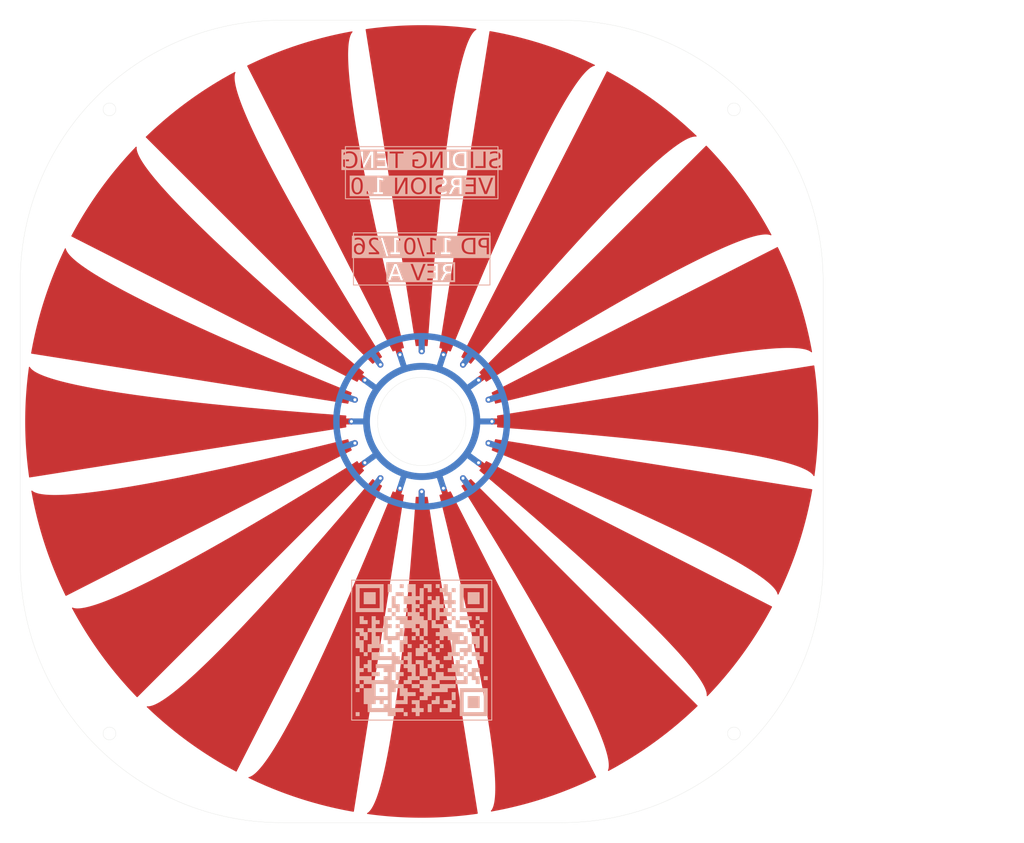
<source format=kicad_pcb>
(kicad_pcb (version 20241229) (generator "pcbnew") (generator_version "9.0")
  (title_block (title "FSS TENG STATOR") (date "2025-12-08") (rev "V1.0") (company "WASEDA UNIVERSITY"))
  (layers (0 "F.Cu" signal) (2 "B.Cu" signal) (13 "F.Paste" user) (15 "B.Paste" user) (5 "F.SilkS" user "F.Silkscreen") (7 "B.SilkS" user "B.Silkscreen") (1 "F.Mask" user) (3 "B.Mask" user) (25 "Edge.Cuts" user))
  (net 0 "")
  (net 1 "A")
  (net 2 "B")
  (footprint "TENG:QR" (layer "B.Cu") (at 200 207 180)
    (property "Reference" "G***" (hide yes))
    (property "Value" "LOGO" (hide yes))
  )
  (gr_rect (start 183 103) (end 217 116) (stroke (width 0.25)) (fill no) (layer "B.SilkS"))
  (gr_rect (start 181 81.5) (end 219 94.5) (stroke (width 0.25)) (fill no) (layer "B.SilkS"))
  (gr_rect (start 182.553713 189.553713) (end 217.446287 224.446287) (stroke (width 0.25)) (fill no) (layer "B.SilkS"))
  (gr_line (start 300 150) (end 300 115) (stroke (width 0.05)) (layer "Edge.Cuts"))
  (gr_arc (start 300 185) (mid 280.961941 230.961941) (end 235 250) (stroke (width 0.05)) (layer "Edge.Cuts"))
  (gr_circle (center 200 150) (end 211 150) (stroke (width 0.05)) (fill no) (layer "Edge.Cuts"))
  (gr_circle (center 122.218254 227.781746) (end 122.218254 226.181746) (stroke (width 0.05)) (fill no) (layer "Edge.Cuts"))
  (gr_line (start 200 250) (end 165 250) (stroke (width 0.05)) (layer "Edge.Cuts"))
  (gr_circle (center 277.781746 72.218254) (end 277.781746 73.818254) (stroke (width 0.05)) (fill no) (layer "Edge.Cuts"))
  (gr_line (start 300 150) (end 300 185) (stroke (width 0.05)) (layer "Edge.Cuts"))
  (gr_circle (center 122.218254 72.218254) (end 123.818254 72.218254) (stroke (width 0.05)) (fill no) (layer "Edge.Cuts"))
  (gr_arc (start 235 50) (mid 280.961941 69.038059) (end 300 115) (stroke (width 0.05)) (layer "Edge.Cuts"))
  (gr_circle (center 277.781746 227.781746) (end 276.181746 227.781746) (stroke (width 0.05)) (fill no) (layer "Edge.Cuts"))
  (gr_line (start 200 50) (end 165 50) (stroke (width 0.05)) (layer "Edge.Cuts"))
  (gr_line (start 100 150) (end 100 115) (stroke (width 0.05)) (layer "Edge.Cuts"))
  (gr_arc (start 165 250) (mid 119.038059 230.961941) (end 100 185) (stroke (width 0.05)) (layer "Edge.Cuts"))
  (gr_line (start 200 250) (end 235 250) (stroke (width 0.05)) (layer "Edge.Cuts"))
  (gr_line (start 100 150) (end 100 185) (stroke (width 0.05)) (layer "Edge.Cuts"))
  (gr_line (start 200 50) (end 235 50) (stroke (width 0.05)) (layer "Edge.Cuts"))
  (gr_arc (start 100 115) (mid 119.038059 69.038059) (end 165 50) (stroke (width 0.05)) (layer "Edge.Cuts"))
  (gr_text "VERSION 1.0" (at 200 94 -0) (layer "B.SilkS" knockout) (effects (font (size 4 4) (thickness 0.1)) (justify bottom mirror)))
  (gr_text "PD 11/01/26" (at 200 109 -0) (layer "B.SilkS" knockout) (effects (font (size 4 4) (thickness 0.1)) (justify bottom mirror)))
  (gr_text "REV A" (at 200 115.5 -0) (layer "B.SilkS" knockout) (effects (font (size 4 4) (thickness 0.1)) (justify bottom mirror)))
  (gr_text "SLIDING TENG" (at 200 87.5 -0) (layer "B.SilkS" knockout) (effects (font (size 4 4) (thickness 0.1)) (justify bottom mirror)))
  (segment (start 194.592202 133.356512) (end 194.128677 131.929927) (width 1.5) (layer "F.Cu") (net 1))
  (segment (start 214.157796 139.713757) (end 215.371322 138.83208) (width 1.5) (layer "F.Cu") (net 1))
  (segment (start 205.407797 166.643489) (end 205.871322 168.070073) (width 1.5) (layer "F.Cu") (net 1))
  (segment (start 214.157797 160.286242) (end 215.371323 161.16792) (width 1.5) (layer "F.Cu") (net 1))
  (segment (start 205.407797 133.356511) (end 205.871323 131.929928) (width 1.5) (layer "F.Cu") (net 1))
  (segment (start 185.842203 139.713759) (end 184.628679 138.832081) (width 1.5) (layer "F.Cu") (net 1))
  (segment (start 182.500001 150) (end 181 150) (width 1.5) (layer "F.Cu") (net 1))
  (segment (start 217.5 150) (end 219 150) (width 1.5) (layer "F.Cu") (net 1))
  (segment (start 194.592202 166.643488) (end 194.128677 168.070074) (width 1.5) (layer "F.Cu") (net 1))
  (segment (start 185.842203 160.286241) (end 184.628678 161.167918) (width 1.5) (layer "F.Cu") (net 1))
  (via (at 182.500001 150) (size 1.5) (drill 0.75) (layers "F.Cu" "B.Cu") (net 1))
  (via (at 205.407797 166.643489) (size 1.5) (drill 0.75) (layers "F.Cu" "B.Cu") (net 1))
  (via (at 214.157797 160.286242) (size 1.5) (drill 0.75) (layers "F.Cu" "B.Cu") (net 1))
  (via (at 185.842203 139.713759) (size 1.5) (drill 0.75) (layers "F.Cu" "B.Cu") (net 1))
  (via (at 205.407797 133.356511) (size 1.5) (drill 0.75) (layers "F.Cu" "B.Cu") (net 1))
  (via (at 194.592202 133.356512) (size 1.5) (drill 0.75) (layers "F.Cu" "B.Cu") (net 1))
  (via (at 194.592202 166.643488) (size 1.5) (drill 0.75) (layers "F.Cu" "B.Cu") (net 1))
  (via (at 214.157796 139.713757) (size 1.5) (drill 0.75) (layers "F.Cu" "B.Cu") (net 1))
  (via (at 185.842203 160.286241) (size 1.5) (drill 0.75) (layers "F.Cu" "B.Cu") (net 1))
  (via (at 217.5 150) (size 1.5) (drill 0.75) (layers "F.Cu" "B.Cu") (net 1))
  (segment (start 214.157792 139.71376) (end 211.326235 141.771006) (width 1.5) (layer "B.Cu") (net 1))
  (segment (start 217.5 150) (end 214 150) (width 1.5) (layer "B.Cu") (net 1))
  (segment (start 205.407795 133.356513) (end 204.326238 136.68521) (width 1.5) (layer "B.Cu") (net 1))
  (segment (start 185.842203 139.71376) (end 188.673762 141.771006) (width 1.5) (layer "B.Cu") (net 1))
  (segment (start 185.842203 160.286242) (end 188.673762 158.228993) (width 1.5) (layer "B.Cu") (net 1))
  (segment (start 194.592203 133.356515) (end 195.673761 136.68521) (width 1.5) (layer "B.Cu") (net 1))
  (segment (start 205.407798 166.643488) (end 204.326238 163.314791) (width 1.5) (layer "B.Cu") (net 1))
  (segment (start 194.592204 166.643486) (end 195.673763 163.314791) (width 1.5) (layer "B.Cu") (net 1))
  (segment (start 182.500002 150) (end 186 149.999999) (width 1.5) (layer "B.Cu") (net 1))
  (segment (start 214.157796 160.286241) (end 211.326238 158.228994) (width 1.5) (layer "B.Cu") (net 1))
  (segment (start 189.713758 135.842204) (end 188.832081 134.628677) (width 1.5) (layer "F.Cu") (net 2))
  (segment (start 216.643488 144.592202) (end 218.070074 144.128677) (width 1.5) (layer "F.Cu") (net 2))
  (segment (start 183.356512 155.407797) (end 181.929926 155.871322) (width 1.5) (layer "F.Cu") (net 2))
  (segment (start 199.999999 132.500001) (end 200 131) (width 1.5) (layer "F.Cu") (net 2))
  (segment (start 216.643489 155.407797) (end 218.070074 155.871323) (width 1.5) (layer "F.Cu") (net 2))
  (segment (start 189.713758 164.157797) (end 188.83208 165.371323) (width 1.5) (layer "F.Cu") (net 2))
  (segment (start 200 167.499999) (end 200 169) (width 1.5) (layer "F.Cu") (net 2))
  (segment (start 183.356512 144.592203) (end 181.929926 144.128677) (width 1.5) (layer "F.Cu") (net 2))
  (segment (start 210.286241 135.842203) (end 211.16792 134.628677) (width 1.5) (layer "F.Cu") (net 2))
  (segment (start 210.286242 164.157797) (end 211.16792 165.371323) (width 1.5) (layer "F.Cu") (net 2))
  (via (at 199.999999 132.500001) (size 1.5) (drill 0.75) (layers "F.Cu" "B.Cu") (net 2))
  (via (at 183.356512 155.407797) (size 1.5) (drill 0.75) (layers "F.Cu" "B.Cu") (net 2))
  (via (at 189.713758 135.842204) (size 1.5) (drill 0.75) (layers "F.Cu" "B.Cu") (net 2))
  (via (at 210.286241 135.842203) (size 1.5) (drill 0.75) (layers "F.Cu" "B.Cu") (net 2))
  (via (at 183.356512 144.592203) (size 1.5) (drill 0.75) (layers "F.Cu" "B.Cu") (net 2))
  (via (at 216.643488 144.592202) (size 1.5) (drill 0.75) (layers "F.Cu" "B.Cu") (net 2))
  (via (at 189.713758 164.157797) (size 1.5) (drill 0.75) (layers "F.Cu" "B.Cu") (net 2))
  (via (at 216.643489 155.407797) (size 1.5) (drill 0.75) (layers "F.Cu" "B.Cu") (net 2))
  (via (at 210.286242 164.157797) (size 1.5) (drill 0.75) (layers "F.Cu" "B.Cu") (net 2))
  (via (at 200 167.499999) (size 1.5) (drill 0.75) (layers "F.Cu" "B.Cu") (net 2))
  (segment (start 200.000001 167.499997) (end 200.000001 170.999997) (width 1.5) (layer "B.Cu") (net 2))
  (segment (start 216.643488 144.592202) (end 219.972186 143.510643) (width 1.5) (layer "B.Cu") (net 2))
  (segment (start 216.643487 155.407794) (end 219.972185 156.489355) (width 1.5) (layer "B.Cu") (net 2))
  (segment (start 210.286242 164.157796) (end 212.34349 166.989355) (width 1.5) (layer "B.Cu") (net 2))
  (segment (start 189.713759 135.842209) (end 187.656512 133.010648) (width 1.5) (layer "B.Cu") (net 2))
  (segment (start 199.999999 132.500001) (end 200 132.5) (width 1.5) (layer "B.Cu") (net 2))
  (segment (start 183.356516 155.407798) (end 180.027817 156.489357) (width 1.5) (layer "B.Cu") (net 2))
  (segment (start 183.356514 144.592204) (end 180.027817 143.510645) (width 1.5) (layer "B.Cu") (net 2))
  (segment (start 210.28624 135.842203) (end 212.343489 133.010644) (width 1.5) (layer "B.Cu") (net 2))
  (segment (start 189.71376 164.157796) (end 187.656512 166.989355) (width 1.5) (layer "B.Cu") (net 2))
  (segment (start 200 132.5) (end 200 129) (width 1.5) (layer "B.Cu") (net 2))
  (zone (net 2) (net_name "B") (layer "F.Cu") (name "A") (connect_pads (clearance 0.5)) (min_thickness 0.25) (fill yes (thermal_gap 0.5) (thermal_bridge_width 0.5) (island_removal_mode 1) (island_area_min 10))
    (polygon (pts (xy 187.778494 164.316719) (xy 187.918892 164.435977) (xy 188.203731 164.669651) (xy 188.493088 164.897704) (xy 188.786854 165.120052) (xy 189.084914 165.336606) (xy 189.387157 165.547287) (xy 189.693464 165.752011) (xy 190.00372 165.950702) (xy 190.160527 166.047376) (xy 153.841413 237.327961) (xy 153.453903 237.122587) (xy 152.682098 236.705827) (xy 151.914026 236.282231) (xy 151.149743 235.851831) (xy 150.389315 235.414661) (xy 149.632796 234.970756) (xy 148.880251 234.52015) (xy 148.131737 234.062879) (xy 147.387313 233.598981) (xy 146.647036 233.128489) (xy 145.910967 232.651443) (xy 145.179163 232.167879) (xy 144.451682 231.677837) (xy 143.728581 231.181353) (xy 143.009918 230.678468) (xy 142.29575 230.169221) (xy 141.58613 229.653653) (xy 140.881117 229.131803) (xy 140.180766 228.603713) (xy 139.485131 228.069425) (xy 138.794269 227.528981) (xy 138.108234 226.982424) (xy 137.427077 226.429797) (xy 136.750856 225.871141) (xy 136.079621 225.306505) (xy 135.413427 224.735929) (xy 134.752326 224.159461) (xy 134.096371 223.577144) (xy 133.445612 222.989026) (xy 132.800101 222.395152) (xy 132.159889 221.795569) (xy 131.525026 221.190325) (xy 131.209956 220.885246) (xy 131.22745 220.893114) (xy 131.333375 220.933916) (xy 131.445508 220.96586) (xy 131.569538 220.989873) (xy 131.700289 221.004281) (xy 131.84582 221.009135) (xy 131.998766 221.00338) (xy 132.169564 220.985683) (xy 132.348636 220.956132) (xy 132.548774 220.911615) (xy 132.758187 220.853787) (xy 132.99201 220.777434) (xy 133.236239 220.686124) (xy 133.508362 220.572265) (xy 133.79213 220.441635) (xy 134.107425 220.284026) (xy 134.435703 220.107682) (xy 134.799303 219.899553) (xy 135.177304 219.670594) (xy 135.594594 219.404694) (xy 136.027769 219.115761) (xy 136.504369 218.7844) (xy 136.998389 218.427704) (xy 137.540141 218.022792) (xy 138.100882 217.590173) (xy 138.713814 217.103258) (xy 139.347324 216.586213) (xy 140.037623 216.008532) (xy 140.750086 215.398272) (xy 141.524051 214.720813) (xy 142.321735 214.008331) (xy 143.185711 213.221901) (xy 144.074908 212.398039) (xy 145.035219 211.493356) (xy 146.022168 210.548909) (xy 147.085025 209.516709) (xy 148.17582 208.442531) (xy 149.347206 207.273713) (xy 150.547674 206.060865) (xy 151.833211 204.746642) (xy 153.148772 203.386565) (xy 154.553562 201.918679) (xy 155.989062 200.403404) (xy 157.517482 198.774365) (xy 159.076995 197.096761) (xy 160.732469 195.300143) (xy 162.419059 193.454221) (xy 164.203803 191.484986) (xy 166.019255 189.466234) (xy 167.933968 187.321139) (xy 169.878485 185.126927) (xy 171.922025 182.804939) (xy 173.993911 180.434942) (xy 176.16295 177.937715) (xy 178.358259 175.394377) (xy 180.64694 172.726724) (xy 182.959149 170.015718) (xy 185.358776 167.186052)))
  )
  (zone (net 2) (net_name "B") (layer "F.Cu") (name "A") (connect_pads (clearance 0.5)) (min_thickness 0.25) (fill yes (thermal_gap 0.5) (thermal_bridge_width 0.5) (island_removal_mode 1) (island_area_min 10))
    (polygon (pts (xy 212.221505 135.683282) (xy 212.081108 135.564022) (xy 211.796269 135.330349) (xy 211.506912 135.102295) (xy 211.213145 134.879947) (xy 210.915086 134.663394) (xy 210.612843 134.452713) (xy 210.306535 134.247989) (xy 209.99628 134.049298) (xy 209.839474 133.952623) (xy 246.158584 62.67204) (xy 246.546094 62.877414) (xy 247.317899 63.294174) (xy 248.085972 63.717771) (xy 248.850255 64.14817) (xy 249.610683 64.58534) (xy 250.367201 65.029245) (xy 251.119747 65.479852) (xy 251.868262 65.937122) (xy 252.612686 66.40102) (xy 253.352963 66.871512) (xy 254.089031 67.348559) (xy 254.820835 67.832122) (xy 255.548316 68.322165) (xy 256.271417 68.818649) (xy 256.99008 69.321534) (xy 257.704249 69.83078) (xy 258.413868 70.346348) (xy 259.118882 70.868199) (xy 259.819233 71.396288) (xy 260.514868 71.930576) (xy 261.205729 72.47102) (xy 261.891765 73.017577) (xy 262.57292 73.570204) (xy 263.249143 74.128859) (xy 263.920376 74.693496) (xy 264.586571 75.264072) (xy 265.247671 75.84054) (xy 265.903627 76.422857) (xy 266.554385 77.010974) (xy 267.199898 77.604849) (xy 267.840109 78.204431) (xy 268.474972 78.809677) (xy 268.790042 79.114754) (xy 268.772548 79.106886) (xy 268.666623 79.066086) (xy 268.55449 79.03414) (xy 268.43046 79.010128) (xy 268.299709 78.99572) (xy 268.154179 78.990865) (xy 268.001233 78.996621) (xy 267.830434 79.014319) (xy 267.651362 79.043869) (xy 267.451224 79.088386) (xy 267.241811 79.146215) (xy 267.007988 79.222568) (xy 266.763758 79.313877) (xy 266.491637 79.427737) (xy 266.207868 79.558366) (xy 265.892572 79.715976) (xy 265.564296 79.892319) (xy 265.200694 80.100449) (xy 264.822694 80.329407) (xy 264.405404 80.595306) (xy 263.972229 80.88424) (xy 263.495629 81.215601) (xy 263.001608 81.572298) (xy 262.459858 81.977209) (xy 261.899117 82.409829) (xy 261.286185 82.896744) (xy 260.652674 83.413789) (xy 259.962374 83.99147) (xy 259.249912 84.601729) (xy 258.475946 85.279188) (xy 257.678263 85.991671) (xy 256.814286 86.778101) (xy 255.92509 87.601962) (xy 254.964779 88.506645) (xy 253.97783 89.451092) (xy 252.914973 90.483291) (xy 251.824178 91.557471) (xy 250.652792 92.72629) (xy 249.452324 93.939138) (xy 248.166786 95.253361) (xy 246.851226 96.613437) (xy 245.446437 98.081324) (xy 244.010935 99.596598) (xy 242.482517 101.225635) (xy 240.923003 102.903239) (xy 239.26753 104.69986) (xy 237.580939 106.545781) (xy 235.796195 108.515015) (xy 233.980746 110.533766) (xy 232.066034 112.67886) (xy 230.121516 114.873072) (xy 228.077974 117.19506) (xy 226.00609 119.565058) (xy 223.837051 122.062284) (xy 221.641741 124.605623) (xy 219.353059 127.273277) (xy 217.040849 129.984283) (xy 214.641223 132.813948)))
  )
  (zone (net 1) (net_name "A") (layer "F.Cu") (name "A") (connect_pads (clearance 0.5)) (min_thickness 0.25) (fill yes (thermal_gap 0.5) (thermal_bridge_width 0.5) (island_removal_mode 1) (island_area_min 10))
    (polygon (pts (xy 185.683282 137.778494) (xy 185.564023 137.918892) (xy 185.33035 138.203732) (xy 185.102296 138.493089) (xy 184.879948 138.786855) (xy 184.663394 139.084915) (xy 184.452712 139.387157) (xy 184.24799 139.693465) (xy 184.049298 140.00372) (xy 183.952624 140.160527) (xy 112.672038 103.841414) (xy 112.877412 103.453904) (xy 113.294171 102.682099) (xy 113.717769 101.914026) (xy 114.148169 101.149744) (xy 114.585338 100.389315) (xy 115.029244 99.632797) (xy 115.47985 98.880253) (xy 115.937119 98.131738) (xy 116.401018 97.387313) (xy 116.87151 96.647037) (xy 117.348556 95.910968) (xy 117.83212 95.179164) (xy 118.322162 94.451683) (xy 118.818647 93.728583) (xy 119.321532 93.00992) (xy 119.830778 92.295749) (xy 120.346347 91.58613) (xy 120.868197 90.881117) (xy 121.396286 90.180766) (xy 121.930574 89.485131) (xy 122.471018 88.79427) (xy 123.017575 88.108233) (xy 123.570202 87.427078) (xy 124.128857 86.750855) (xy 124.693494 86.079622) (xy 125.26407 85.413428) (xy 125.840538 84.752327) (xy 126.422854 84.096372) (xy 127.010973 83.445613) (xy 127.604847 82.800101) (xy 128.20443 82.15989) (xy 128.809674 81.525027) (xy 129.114753 81.209957) (xy 129.106885 81.22745) (xy 129.066083 81.333375) (xy 129.034139 81.445509) (xy 129.010127 81.569538) (xy 128.995718 81.700289) (xy 128.990864 81.845819) (xy 128.996619 81.998765) (xy 129.014316 82.169564) (xy 129.043867 82.348637) (xy 129.088384 82.548774) (xy 129.146212 82.758188) (xy 129.222566 82.992011) (xy 129.313876 83.23624) (xy 129.427735 83.508362) (xy 129.558364 83.79213) (xy 129.715974 84.107426) (xy 129.892317 84.435704) (xy 130.100447 84.799304) (xy 130.329405 85.177306) (xy 130.595305 85.594595) (xy 130.884239 86.027768) (xy 131.215599 86.50437) (xy 131.572295 86.99839) (xy 131.977207 87.540141) (xy 132.409827 88.100882) (xy 132.896742 88.713814) (xy 133.413786 89.347325) (xy 133.991468 90.037625) (xy 134.601727 90.750088) (xy 135.279186 91.524052) (xy 135.991669 92.321735) (xy 136.778099 93.185712) (xy 137.601961 94.074908) (xy 138.506644 95.03522) (xy 139.45109 96.022168) (xy 140.483289 97.085025) (xy 141.557468 98.17582) (xy 142.726287 99.347207) (xy 143.939136 100.547674) (xy 145.253359 101.833212) (xy 146.613436 103.148773) (xy 148.081322 104.553562) (xy 149.596597 105.989064) (xy 151.225636 107.517481) (xy 152.903238 109.076995) (xy 154.699858 110.732469) (xy 156.545778 112.419057) (xy 158.515015 114.203801) (xy 160.533765 116.019253) (xy 162.678862 117.933965) (xy 164.873074 119.878484) (xy 167.195062 121.922025) (xy 169.565059 123.99391) (xy 172.062286 126.16295) (xy 174.605624 128.35826) (xy 177.273277 130.646941) (xy 179.984282 132.959151) (xy 182.813949 135.358778)))
  )
  (zone (net 1) (net_name "A") (layer "F.Cu") (name "A") (connect_pads (clearance 0.5)) (min_thickness 0.25) (fill yes (thermal_gap 0.5) (thermal_bridge_width 0.5) (island_removal_mode 1) (island_area_min 10))
    (polygon (pts (xy 195.601152 131.697439) (xy 195.422146 131.740924) (xy 195.065675 131.834015) (xy 194.711096 131.934062) (xy 194.358543 132.041032) (xy 194.00815 132.15488) (xy 193.660052 132.275564) (xy 193.314383 132.403039) (xy 192.971276 132.537253) (xy 192.800897 132.607288) (xy 156.481534 61.326831) (xy 156.875459 61.134045) (xy 157.666278 60.754607) (xy 158.460437 60.382207) (xy 159.257871 60.016873) (xy 160.058518 59.658635) (xy 160.862315 59.30752) (xy 161.669198 58.963559) (xy 162.479103 58.626773) (xy 163.291967 58.297196) (xy 164.107727 57.974846) (xy 164.926315 57.659755) (xy 165.747669 57.351945) (xy 166.571724 57.05144) (xy 167.398416 56.758266) (xy 168.227678 56.472444) (xy 169.059445 56.193997) (xy 169.893653 55.922947) (xy 170.730235 55.659313) (xy 171.569125 55.403121) (xy 172.410255 55.154387) (xy 173.253561 54.913133) (xy 174.098977 54.679376) (xy 174.946437 54.453136) (xy 175.795871 54.23443) (xy 176.647213 54.023275) (xy 177.500398 53.819689) (xy 178.355354 53.623688) (xy 179.21202 53.435285) (xy 180.070324 53.254497) (xy 180.9302 53.081338) (xy 181.79158 52.915822) (xy 182.654395 52.757961) (xy 183.086404 52.682385) (xy 183.069755 52.691912) (xy 182.974485 52.753626) (xy 182.882731 52.825566) (xy 182.790402 52.911794) (xy 182.701891 53.009104) (xy 182.612424 53.123989) (xy 182.527181 53.251108) (xy 182.441105 53.399688) (xy 182.359756 53.56193) (xy 182.278134 53.750011) (xy 182.201826 53.953421) (xy 182.126161 54.187468) (xy 182.056477 54.438724) (xy 181.988641 54.7258) (xy 181.92753 55.032155) (xy 181.869711 55.379875) (xy 181.819419 55.749109) (xy 181.774081 56.165605) (xy 181.737129 56.605992) (xy 181.70697 57.099879) (xy 181.686108 57.620154) (xy 181.674047 58.200501) (xy 181.67224 58.809832) (xy 181.681389 59.486119) (xy 181.701789 60.194057) (xy 181.735439 60.97613) (xy 181.78137 61.792562) (xy 181.842976 62.690581) (xy 181.91791 63.625675) (xy 182.011061 64.650026) (xy 182.118605 65.714152) (xy 182.247009 66.875375) (xy 182.390869 68.079005) (xy 182.558316 69.387673) (xy 182.742277 70.741262) (xy 182.952612 72.207844) (xy 183.180488 73.721702) (xy 183.437559 75.356388) (xy 183.713156 77.040481) (xy 184.020765 78.852982) (xy 184.347822 80.716727) (xy 184.709652 82.716027) (xy 185.09177 84.76803) (xy 185.511308 86.96207) (xy 185.951858 89.209812) (xy 186.432291 91.605145) (xy 186.93432 94.054631) (xy 187.478419 96.656007) (xy 188.044527 99.311329) (xy 188.654506 102.121219) (xy 189.286703 104.984093) (xy 189.964067 108.002181) (xy 190.663611 111.071421) (xy 191.408979 114.294045) (xy 192.176213 117.565025) (xy 192.989137 120.984613) (xy 193.823303 124.448719) (xy 194.702086 128.053293)))
  )
  (zone (net 1) (net_name "A") (layer "F.Cu") (name "A") (connect_pads (clearance 0.5)) (min_thickness 0.25) (fill yes (thermal_gap 0.5) (thermal_bridge_width 0.5) (island_removal_mode 1) (island_area_min 10))
    (polygon (pts (xy 207.199234 132.607339) (xy 207.028854 132.537302) (xy 206.685747 132.403086) (xy 206.340079 132.27561) (xy 205.991982 132.154923) (xy 205.641591 132.041074) (xy 205.289037 131.934101) (xy 204.934459 131.834053) (xy 204.577989 131.74096) (xy 204.398983 131.697474) (xy 216.9136 52.682386) (xy 217.345608 52.757961) (xy 218.208424 52.915821) (xy 219.069803 53.081339) (xy 219.92968 53.254498) (xy 220.787983 53.435285) (xy 221.644649 53.623688) (xy 222.499606 53.819691) (xy 223.35279 54.023275) (xy 224.204133 54.23443) (xy 225.053567 54.453136) (xy 225.901026 54.679376) (xy 226.746442 54.913133) (xy 227.589749 55.154387) (xy 228.43088 55.403122) (xy 229.269769 55.659315) (xy 230.106352 55.922945) (xy 230.940559 56.193996) (xy 231.772327 56.472444) (xy 232.601589 56.758266) (xy 233.428281 57.051441) (xy 234.252336 57.351946) (xy 235.073691 57.659756) (xy 235.892278 57.974847) (xy 236.708038 58.297195) (xy 237.520901 58.626774) (xy 238.330807 58.963559) (xy 239.13769 59.307521) (xy 239.941486 59.658635) (xy 240.742133 60.016874) (xy 241.539568 60.382208) (xy 242.333727 60.754609) (xy 243.124548 61.134047) (xy 243.518472 61.326832) (xy 243.499404 61.324755) (xy 243.386055 61.318683) (xy 243.269537 61.322953) (xy 243.144159 61.338444) (xy 243.015355 61.365144) (xy 242.875447 61.405499) (xy 242.731765 61.458235) (xy 242.574795 61.527846) (xy 242.413618 61.611287) (xy 242.237033 61.715471) (xy 242.055738 61.835181) (xy 241.856954 61.980053) (xy 241.652895 62.142365) (xy 241.429276 62.334742) (xy 241.199763 62.546667) (xy 240.948603 62.793995) (xy 240.690885 63.06315) (xy 240.409396 63.373452) (xy 240.120647 63.708013) (xy 239.805949 64.089848) (xy 239.483263 64.498499) (xy 239.132383 64.960919) (xy 238.772767 65.452818) (xy 238.382656 66.005322) (xy 237.983047 66.590047) (xy 237.550579 67.242537) (xy 237.107849 67.930041) (xy 236.629848 68.692763) (xy 236.140836 69.493317) (xy 235.6141 70.376787) (xy 235.075628 71.300896) (xy 234.496957 72.315819) (xy 233.905869 73.374135) (xy 233.27212 74.531293) (xy 232.625327 75.734498) (xy 231.933457 77.044618) (xy 231.227989 78.403297) (xy 230.475118 79.876889) (xy 229.708197 81.401341) (xy 228.891695 83.048495) (xy 228.060809 84.748536) (xy 227.178377 86.578682) (xy 226.28138 88.463389) (xy 225.331169 90.485004) (xy 224.366391 92.562414) (xy 223.347128 94.782671) (xy 222.313508 97.05943) (xy 221.224643 99.483801) (xy 220.121874 101.964751) (xy 218.963746 104.596538) (xy 217.792447 107.284247) (xy 216.566458 110.124078) (xy 215.328348 113.018327) (xy 214.037154 116.063601) (xy 212.735224 119.160847) (xy 211.382909 122.405177) (xy 210.021614 125.698009) (xy 208.613848 129.130707)))
  )
  (zone (net 1) (net_name "A") (layer "F.Cu") (name "A") (connect_pads (clearance 0.5)) (min_thickness 0.25) (fill yes (thermal_gap 0.5) (thermal_bridge_width 0.5) (island_removal_mode 1) (island_area_min 10))
    (polygon (pts (xy 216.047451 140.160644) (xy 215.950779 140.003837) (xy 215.752088 139.69358) (xy 215.547367 139.387271) (xy 215.336688 139.085029) (xy 215.120134 138.786966) (xy 214.897789 138.493199) (xy 214.669735 138.20384) (xy 214.436064 137.919) (xy 214.316807 137.778602) (xy 270.885249 81.209964) (xy 271.190329 81.525035) (xy 271.795572 82.159895) (xy 272.395154 82.800107) (xy 272.989028 83.445618) (xy 273.577146 84.096377) (xy 274.159463 84.752333) (xy 274.73593 85.413434) (xy 275.306507 86.079627) (xy 275.871142 86.750862) (xy 276.429799 87.427084) (xy 276.982426 88.108239) (xy 277.528983 88.794275) (xy 278.069427 89.485136) (xy 278.603714 90.180771) (xy 279.131803 90.881122) (xy 279.653652 91.586135) (xy 280.169221 92.295755) (xy 280.678469 93.009924) (xy 281.181354 93.728588) (xy 281.677837 94.451688) (xy 282.167879 95.179168) (xy 282.651443 95.910971) (xy 283.12849 96.647042) (xy 283.598981 97.387317) (xy 284.062881 98.131741) (xy 284.520151 98.880257) (xy 284.970755 99.632801) (xy 285.414662 100.389318) (xy 285.851832 101.149747) (xy 286.282232 101.914028) (xy 286.705828 102.682102) (xy 287.122587 103.453906) (xy 287.327962 103.841417) (xy 287.313757 103.828527) (xy 287.225623 103.75699) (xy 287.128851 103.691958) (xy 287.018312 103.630794) (xy 286.898413 103.576685) (xy 286.761504 103.527098) (xy 286.614265 103.485309) (xy 286.446358 103.44936) (xy 286.266919 103.422128) (xy 286.062821 103.402621) (xy 285.845786 103.392905) (xy 285.599812 103.393268) (xy 285.33932 103.404637) (xy 285.045332 103.428832) (xy 284.735087 103.465381) (xy 284.386518 103.517843) (xy 284.019815 103.584113) (xy 283.609693 103.669698) (xy 283.179442 103.770641) (xy 282.700407 103.894578) (xy 282.19915 104.035511) (xy 281.64348 104.203377) (xy 281.063413 104.389952) (xy 280.423053 104.607638) (xy 279.756068 104.845804) (xy 279.022671 105.119481) (xy 278.260392 105.415455) (xy 277.425362 105.751549) (xy 276.559191 106.111776) (xy 275.61376 106.51691) (xy 274.634949 106.948023) (xy 273.57024 107.42898) (xy 272.469975 107.937741) (xy 271.277101 108.501393) (xy 270.046609 109.094633) (xy 268.716803 109.747872) (xy 267.347456 110.432403) (xy 265.872217 111.182038) (xy 264.355714 111.964559) (xy 262.726979 112.817206) (xy 261.055518 113.704185) (xy 259.265883 114.666123) (xy 257.432393 115.663643) (xy 255.475381 116.740643) (xy 253.473789 117.854221) (xy 251.344154 119.051339) (xy 249.16969 120.28573) (xy 246.86377 121.607068) (xy 244.513346 122.966008) (xy 242.029475 124.414437) (xy 239.50208 125.900368) (xy 236.841025 127.47722) (xy 234.138176 129.090974) (xy 231.30361 130.795706) (xy 228.429811 132.536178) (xy 225.428797 134.366025) (xy 222.392008 136.229832) (xy 219.235413 138.179479)))
  )
  (zone (net 2) (net_name "B") (layer "F.Cu") (name "A") (connect_pads (clearance 0.5)) (min_thickness 0.25) (fill yes (thermal_gap 0.5) (thermal_bridge_width 0.5) (island_removal_mode 1) (island_area_min 10))
    (polygon (pts (xy 201.472249 131.23391) (xy 201.288567 131.219953) (xy 200.920777 131.19833) (xy 200.552635 131.183912) (xy 200.184281 131.1767) (xy 199.815858 131.176699) (xy 199.447503 131.183909) (xy 199.079363 131.198326) (xy 198.711572 131.219946) (xy 198.527889 131.233903) (xy 186.012993 52.218862) (xy 186.447211 52.15724) (xy 187.31658 52.04075) (xy 188.186947 51.931985) (xy 189.058247 51.830951) (xy 189.930409 51.737662) (xy 190.803366 51.652117) (xy 191.677047 51.574331) (xy 192.551385 51.504305) (xy 193.42631 51.442044) (xy 194.301754 51.387556) (xy 195.177647 51.340845) (xy 196.053921 51.301912) (xy 196.930505 51.270762) (xy 197.807332 51.247398) (xy 198.684331 51.231821) (xy 199.561433 51.224033) (xy 200.438571 51.224032) (xy 201.315674 51.231822) (xy 202.192673 51.2474) (xy 203.0695 51.270764) (xy 203.946084 51.301914) (xy 204.822357 51.340846) (xy 205.69825 51.387556) (xy 206.573694 51.442046) (xy 207.44862 51.504305) (xy 208.322958 51.57433) (xy 209.196639 51.652118) (xy 210.069595 51.737662) (xy 210.941758 51.830952) (xy 211.813057 51.931984) (xy 212.683425 52.04075) (xy 213.552794 52.15724) (xy 213.987011 52.21886) (xy 213.968234 52.222779) (xy 213.858556 52.25203) (xy 213.749063 52.292097) (xy 213.634606 52.345572) (xy 213.520357 52.41077) (xy 213.399767 52.492384) (xy 213.279414 52.586939) (xy 213.151637 52.701649) (xy 213.024134 52.830812) (xy 212.888386 52.984466) (xy 212.752958 53.154338) (xy 212.60867 53.353548) (xy 212.464756 53.570973) (xy 212.311528 53.823037) (xy 212.158737 54.095513) (xy 211.996299 54.408348) (xy 211.834368 54.743969) (xy 211.662545 55.126068) (xy 211.491314 55.533483) (xy 211.310012 55.993878) (xy 211.129397 56.482244) (xy 210.938588 57.030458) (xy 210.748578 57.609409) (xy 210.548293 58.255424) (xy 210.348931 58.935015) (xy 210.13926 59.68921) (xy 209.930651 60.479876) (xy 209.71174 61.352977) (xy 209.494047 62.265463) (xy 209.266097 63.268464) (xy 209.039543 64.313742) (xy 208.802823 65.457809) (xy 208.567702 66.646985) (xy 208.322554 67.943345) (xy 208.079227 69.287532) (xy 207.82607 70.747332) (xy 207.574984 72.257513) (xy 207.314327 73.89163) (xy 207.056021 75.578462) (xy 206.788481 77.397311) (xy 206.523603 79.270904) (xy 206.249906 81.284164) (xy 205.979219 83.353812) (xy 205.700226 85.570116) (xy 205.424625 87.843984) (xy 205.141344 90.270542) (xy 204.86187 92.755277) (xy 204.575468 95.397467) (xy 204.29333 98.097767) (xy 204.005149 100.958625) (xy 203.721727 103.876738) (xy 203.433299 106.956429) (xy 203.150157 110.09162) (xy 202.863201 113.386848) (xy 202.582095 116.734822) (xy 202.29852 120.238252) (xy 202.021394 123.790584) (xy 201.74329 127.490297)))
  )
  (zone (net 1) (net_name "A") (layer "F.Cu") (name "A") (connect_pads (clearance 0.5)) (min_thickness 0.25) (fill yes (thermal_gap 0.5) (thermal_bridge_width 0.5) (island_removal_mode 1) (island_area_min 10))
    (polygon (pts (xy 181.233911 148.52775) (xy 181.219952 148.711433) (xy 181.198331 149.079223) (xy 181.183911 149.447364) (xy 181.1767 149.815718) (xy 181.176699 150.184142) (xy 181.183908 150.552496) (xy 181.198326 150.920639) (xy 181.219945 151.288427) (xy 181.233902 151.47211) (xy 102.218858 163.987005) (xy 102.157237 163.552786) (xy 102.040747 162.683419) (xy 101.931982 161.813051) (xy 101.830949 160.941752) (xy 101.737658 160.06959) (xy 101.652115 159.196633) (xy 101.574329 158.322952) (xy 101.504301 157.448614) (xy 101.442043 156.573689) (xy 101.387554 155.698244) (xy 101.340842 154.822352) (xy 101.30191 153.946079) (xy 101.27076 153.069495) (xy 101.247396 152.192668) (xy 101.231819 151.31567) (xy 101.224031 150.438567) (xy 101.224031 149.561429) (xy 101.231819 148.684325) (xy 101.247397 147.807326) (xy 101.27076 146.9305) (xy 101.30191 146.053916) (xy 101.340842 145.177643) (xy 101.387554 144.301749) (xy 101.442042 143.426305) (xy 101.504301 142.55138) (xy 101.574328 141.677042) (xy 101.652116 140.803362) (xy 101.737658 139.930405) (xy 101.830949 139.058243) (xy 101.931982 138.186943) (xy 102.040747 137.316575) (xy 102.157237 136.447207) (xy 102.218858 136.012988) (xy 102.222774 136.031766) (xy 102.252028 136.141444) (xy 102.292093 136.250938) (xy 102.34557 136.365394) (xy 102.410766 136.479643) (xy 102.492381 136.600233) (xy 102.586937 136.720586) (xy 102.701646 136.848363) (xy 102.830809 136.975866) (xy 102.984462 137.111613) (xy 103.154336 137.247043) (xy 103.353546 137.39133) (xy 103.570971 137.535245) (xy 103.823034 137.688472) (xy 104.095511 137.841262) (xy 104.408345 138.003702) (xy 104.743966 138.165632) (xy 105.126067 138.337455) (xy 105.533481 138.508686) (xy 105.993876 138.689988) (xy 106.482241 138.870603) (xy 107.030456 139.061411) (xy 107.609406 139.251423) (xy 108.25542 139.451706) (xy 108.935013 139.651069) (xy 109.689207 139.86074) (xy 110.479874 140.069349) (xy 111.352978 140.288261) (xy 112.265461 140.505954) (xy 113.268462 140.733904) (xy 114.313739 140.960457) (xy 115.457807 141.197175) (xy 116.646982 141.432298) (xy 117.943343 141.677447) (xy 119.28753 141.920772) (xy 120.747329 142.17393) (xy 122.257511 142.425015) (xy 123.891629 142.685672) (xy 125.578461 142.943977) (xy 127.397309 143.211517) (xy 129.270902 143.476396) (xy 131.284161 143.750093) (xy 133.353812 144.020781) (xy 135.570113 144.299772) (xy 137.84398 144.575375) (xy 140.270539 144.858655) (xy 142.755274 145.138129) (xy 145.397465 145.42453) (xy 148.097764 145.706669) (xy 150.958622 145.994848) (xy 153.876736 146.27827) (xy 156.956427 146.566699) (xy 160.091618 146.849841) (xy 163.386847 147.136799) (xy 166.734822 147.417904) (xy 170.238251 147.701479) (xy 173.790583 147.978607) (xy 177.490296 148.25671)))
  )
  (zone (net 1) (net_name "A") (layer "F.Cu") (name "A") (connect_pads (clearance 0.5)) (min_thickness 0.25) (fill yes (thermal_gap 0.5) (thermal_bridge_width 0.5) (island_removal_mode 1) (island_area_min 10))
    (polygon (pts (xy 192.800766 167.392661) (xy 192.971146 167.462698) (xy 193.314253 167.596914) (xy 193.65992 167.72439) (xy 194.008017 167.845076) (xy 194.358409 167.958926) (xy 194.710962 168.065898) (xy 195.065542 168.165948) (xy 195.42201 168.25904) (xy 195.601016 168.302527) (xy 183.086398 247.317616) (xy 182.654389 247.24204) (xy 181.791575 247.084179) (xy 180.930195 246.918662) (xy 180.07032 246.745504) (xy 179.212016 246.564716) (xy 178.35535 246.376314) (xy 177.500393 246.180311) (xy 176.647208 245.976726) (xy 175.795866 245.76557) (xy 174.946431 245.546865) (xy 174.098973 245.320625) (xy 173.253557 245.086868) (xy 172.41025 244.845614) (xy 171.569118 244.59688) (xy 170.730229 244.340687) (xy 169.893648 244.077055) (xy 169.05944 243.806004) (xy 168.227672 243.527557) (xy 167.39841 243.241734) (xy 166.571718 242.94856) (xy 165.747663 242.648056) (xy 164.926309 242.340246) (xy 164.107719 242.025154) (xy 163.29196 241.702806) (xy 162.479096 241.373227) (xy 161.669191 241.036442) (xy 160.862309 240.69248) (xy 160.058512 240.341366) (xy 159.257865 239.983128) (xy 158.46043 239.617793) (xy 157.666271 239.245393) (xy 156.875451 238.865955) (xy 156.481526 238.673169) (xy 156.500595 238.675247) (xy 156.613945 238.681318) (xy 156.73046 238.677049) (xy 156.85584 238.661558) (xy 156.984644 238.634858) (xy 157.124552 238.594502) (xy 157.268234 238.541765) (xy 157.425204 238.472155) (xy 157.58638 238.388714) (xy 157.762965 238.28453) (xy 157.94426 238.16482) (xy 158.143045 238.019948) (xy 158.347104 237.857636) (xy 158.570723 237.66526) (xy 158.800235 237.453334) (xy 159.051396 237.206007) (xy 159.309113 236.936852) (xy 159.590602 236.626549) (xy 159.87935 236.291988) (xy 160.194049 235.910152) (xy 160.516737 235.501502) (xy 160.867614 235.039082) (xy 161.227231 234.547184) (xy 161.617341 233.99468) (xy 162.016952 233.409955) (xy 162.44942 232.757465) (xy 162.892149 232.06996) (xy 163.37015 231.307237) (xy 163.859161 230.506684) (xy 164.385899 229.623214) (xy 164.924372 228.699105) (xy 165.503041 227.684182) (xy 166.094131 226.625866) (xy 166.727879 225.468709) (xy 167.374672 224.265503) (xy 168.066542 222.955382) (xy 168.77201 221.596703) (xy 169.52488 220.123112) (xy 170.291802 218.59866) (xy 171.108303 216.951507) (xy 171.93919 215.251466) (xy 172.821622 213.42132) (xy 173.718619 211.536612) (xy 174.66883 209.514998) (xy 175.633608 207.437588) (xy 176.652871 205.217331) (xy 177.686492 202.94057) (xy 178.775357 200.5162) (xy 179.878126 198.035249) (xy 181.036254 195.403462) (xy 182.207552 192.715753) (xy 183.433541 189.875922) (xy 184.671652 186.981674) (xy 185.962847 183.9364) (xy 187.264775 180.839153) (xy 188.61709 177.594823) (xy 189.978385 174.301992) (xy 191.386151 170.869294)))
  )
  (zone (net 2) (net_name "B") (layer "F.Cu") (name "A") (connect_pads (clearance 0.5)) (min_thickness 0.25) (fill yes (thermal_gap 0.5) (thermal_bridge_width 0.5) (island_removal_mode 1) (island_area_min 10))
    (polygon (pts (xy 182.607338 142.800767) (xy 182.537303 142.971146) (xy 182.403085 143.314253) (xy 182.27561 143.659921) (xy 182.154924 144.008018) (xy 182.041074 144.358409) (xy 181.934103 144.710963) (xy 181.834053 145.065541) (xy 181.740961 145.422011) (xy 181.697474 145.601017) (xy 102.682387 133.0864) (xy 102.757962 132.654392) (xy 102.915824 131.791575) (xy 103.08134 130.930197) (xy 103.254498 130.07032) (xy 103.435287 129.212017) (xy 103.623688 128.355351) (xy 103.819691 127.500393) (xy 104.023278 126.647209) (xy 104.234431 125.795867) (xy 104.453137 124.946432) (xy 104.679377 124.098974) (xy 104.913134 123.253557) (xy 105.154388 122.41025) (xy 105.403122 121.569118) (xy 105.659315 120.730229) (xy 105.922947 119.893649) (xy 106.193997 119.059441) (xy 106.472445 118.227673) (xy 106.758268 117.398411) (xy 107.051443 116.571719) (xy 107.351948 115.747664) (xy 107.659758 114.92631) (xy 107.974848 114.10772) (xy 108.297198 113.291962) (xy 108.626776 112.479097) (xy 108.96356 111.669191) (xy 109.307522 110.862309) (xy 109.658638 110.058513) (xy 110.016875 109.257865) (xy 110.382209 108.460431) (xy 110.75461 107.666272) (xy 111.134048 106.87545) (xy 111.326833 106.481527) (xy 111.324757 106.500596) (xy 111.318684 106.613945) (xy 111.322955 106.730461) (xy 111.338444 106.855841) (xy 111.365146 106.984645) (xy 111.405501 107.124553) (xy 111.458237 107.268235) (xy 111.527847 107.425205) (xy 111.611288 107.586381) (xy 111.715473 107.762967) (xy 111.835182 107.94426) (xy 111.980054 108.143045) (xy 112.142366 108.347104) (xy 112.334743 108.570724) (xy 112.546668 108.800237) (xy 112.793995 109.051396) (xy 113.063151 109.309114) (xy 113.373452 109.590602) (xy 113.708014 109.879351) (xy 114.08985 110.194049) (xy 114.4985 110.516738) (xy 114.96092 110.867615) (xy 115.452819 111.227231) (xy 116.005324 111.617343) (xy 116.590047 112.016953) (xy 117.242537 112.449421) (xy 117.930042 112.892149) (xy 118.692763 113.370149) (xy 119.493318 113.859161) (xy 120.376788 114.385899) (xy 121.300897 114.924373) (xy 122.315819 115.503043) (xy 123.374136 116.094132) (xy 124.531293 116.727879) (xy 125.734499 117.374673) (xy 127.044621 118.066543) (xy 128.403299 118.772012) (xy 129.876889 119.524881) (xy 131.401341 120.291804) (xy 133.048494 121.108305) (xy 134.748535 121.939191) (xy 136.578682 122.821624) (xy 138.463388 123.718619) (xy 140.485004 124.668833) (xy 142.562416 125.633609) (xy 144.782671 126.652873) (xy 147.059432 127.686494) (xy 149.483801 128.77536) (xy 151.964754 129.878128) (xy 154.596539 131.036258) (xy 157.284247 132.207555) (xy 160.124078 133.433543) (xy 163.018327 134.671654) (xy 166.063601 135.962847) (xy 169.160847 137.264776) (xy 172.405177 138.617091) (xy 175.698009 139.978385) (xy 179.130706 141.386151)))
  )
  (zone (net 1) (net_name "A") (layer "F.Cu") (name "A") (connect_pads (clearance 0.5)) (min_thickness 0.25) (fill yes (thermal_gap 0.5) (thermal_bridge_width 0.5) (island_removal_mode 1) (island_area_min 10))
    (polygon (pts (arc (start 218.76609 151.47225) (mid 218.823752 150.00007) (end 218.766098 148.52789)) (arc (start 297.781146 136.012994) (mid 298.77646 150) (end 297.781146 163.987012)) (xy 297.77723 163.968235) (xy 297.747977 163.858557) (xy 297.707911 163.749063) (xy 297.654434 163.634607) (xy 297.589238 163.520358) (xy 297.507624 163.399768) (xy 297.413068 163.279415) (xy 297.298358 163.151638) (xy 297.169195 163.024135) (xy 297.015542 162.888387) (xy 296.845668 162.752958) (xy 296.646459 162.608671) (xy 296.429033 162.464756) (xy 296.17697 162.311529) (xy 295.904494 162.158738) (xy 295.591659 161.996299) (xy 295.256038 161.834369) (xy 294.873938 161.662546) (xy 294.466523 161.491315) (xy 294.006129 161.310012) (xy 293.517763 161.129398) (xy 292.969548 160.938589) (xy 292.390598 160.748578) (xy 291.744584 160.548294) (xy 291.064992 160.348932) (xy 290.310797 160.139261) (xy 289.52013 159.930652) (xy 288.647028 159.71174) (xy 287.734543 159.494047) (xy 286.731542 159.266097) (xy 285.686265 159.039544) (xy 284.542197 158.802825) (xy 283.353023 158.567703) (xy 282.056662 158.322554) (xy 280.712474 158.079228) (xy 279.252676 157.82607) (xy 277.742494 157.574985) (xy 276.108376 157.314328) (xy 274.421544 157.056024) (xy 272.602695 156.788483) (xy 270.729102 156.523605) (xy 268.715843 156.249908) (xy 266.646193 155.97922) (xy 264.429892 155.700228) (xy 262.156023 155.424625) (xy 259.729464 155.141345) (xy 257.244729 154.861871) (xy 254.602538 154.57547) (xy 251.902239 154.293331) (xy 249.041379 154.005152) (xy 246.123265 153.721729) (xy 243.043574 153.4333) (xy 239.908382 153.150159) (xy 236.613154 152.863201) (xy 233.265179 152.582096) (xy 229.761749 152.298521) (xy 226.209417 152.021393) (xy 222.509704 151.74329)))
  )
  (zone (net 1) (net_name "A") (layer "F.Cu") (name "A") (connect_pads (clearance 0.5)) (min_thickness 0.25) (fill yes (thermal_gap 0.5) (thermal_bridge_width 0.5) (island_removal_mode 1) (island_area_min 10))
    (polygon (pts (xy 204.398847 168.302562) (xy 204.577854 168.259077) (xy 204.934323 168.165986) (xy 205.288903 168.065938) (xy 205.641457 167.958969) (xy 205.991849 167.845121) (xy 206.339947 167.724437) (xy 206.685615 167.596962) (xy 207.028723 167.462748) (xy 207.199103 167.392712) (xy 243.518469 238.673172) (xy 243.124545 238.865958) (xy 242.333724 239.245396) (xy 241.539565 239.617796) (xy 240.74213 239.983131) (xy 239.941484 240.341369) (xy 239.137686 240.692483) (xy 238.330804 241.036445) (xy 237.520899 241.37323) (xy 236.708035 241.702809) (xy 235.892276 242.025157) (xy 235.073687 242.340249) (xy 234.252332 242.648059) (xy 233.428277 242.948563) (xy 232.601585 243.241738) (xy 231.772323 243.52756) (xy 230.940555 243.806008) (xy 230.106347 244.077058) (xy 229.269766 244.34069) (xy 228.430877 244.596883) (xy 227.589745 244.845617) (xy 226.746438 245.086871) (xy 225.901022 245.320628) (xy 225.053564 245.546868) (xy 224.204129 245.765574) (xy 223.352787 245.976729) (xy 222.499603 246.180315) (xy 221.644645 246.376317) (xy 220.78798 246.564719) (xy 219.929676 246.745507) (xy 219.069799 246.918666) (xy 218.20842 247.084182) (xy 217.345604 247.242043) (xy 216.913597 247.317619) (xy 216.930244 247.308092) (xy 217.025515 247.246379) (xy 217.117269 247.174438) (xy 217.209597 247.08821) (xy 217.298108 246.9909) (xy 217.387576 246.876016) (xy 217.472819 246.748897) (xy 217.558895 246.600316) (xy 217.640244 246.438074) (xy 217.721866 246.249993) (xy 217.798173 246.046583) (xy 217.873839 245.812537) (xy 217.943522 245.56128) (xy 218.011358 245.274204) (xy 218.072471 244.967849) (xy 218.130288 244.620129) (xy 218.18058 244.250895) (xy 218.225918 243.8344) (xy 218.262871 243.394012) (xy 218.29303 242.900126) (xy 218.313891 242.37985) (xy 218.325954 241.799503) (xy 218.327759 241.190172) (xy 218.318611 240.513885) (xy 218.29821 239.805948) (xy 218.26456 239.023874) (xy 218.21863 238.207442) (xy 218.157024 237.309425) (xy 218.082089 236.374329) (xy 217.988938 235.349978) (xy 217.881394 234.285852) (xy 217.752991 233.124628) (xy 217.60913 231.921) (xy 217.441683 230.612332) (xy 217.257723 229.258742) (xy 217.047388 227.792161) (xy 216.819513 226.278303) (xy 216.562442 224.643617) (xy 216.286844 222.959524) (xy 215.979235 221.147021) (xy 215.652177 219.283277) (xy 215.290347 217.283977) (xy 214.90823 215.231975) (xy 214.488692 213.037934) (xy 214.048142 210.790191) (xy 213.567709 208.394857) (xy 213.06568 205.945373) (xy 212.521581 203.343997) (xy 211.955473 200.688674) (xy 211.345493 197.878783) (xy 210.713298 195.015909) (xy 210.035933 191.997819) (xy 209.336389 188.928579) (xy 208.59102 185.705956) (xy 207.823786 182.434976) (xy 207.010862 179.015387) (xy 206.176696 175.551281) (xy 205.297913 171.946706)))
  )
  (zone (net 2) (net_name "B") (layer "F.Cu") (name "A") (connect_pads (clearance 0.5)) (min_thickness 0.25) (fill yes (thermal_gap 0.5) (thermal_bridge_width 0.5) (island_removal_mode 1) (island_area_min 10))
    (polygon (pts (xy 181.697439 154.398847) (xy 181.740923 154.577854) (xy 181.834013 154.934323) (xy 181.934062 155.288903) (xy 182.041031 155.641457) (xy 182.154879 155.991848) (xy 182.275564 156.339947) (xy 182.403038 156.685615) (xy 182.537252 157.028722) (xy 182.607287 157.199102) (xy 111.326831 193.518469) (xy 111.134045 193.124545) (xy 110.754607 192.333723) (xy 110.382207 191.539564) (xy 110.016871 190.74213) (xy 109.658634 189.941483) (xy 109.307519 189.137687) (xy 108.963557 188.330803) (xy 108.626772 187.520898) (xy 108.297193 186.708035) (xy 107.974845 185.892275) (xy 107.659754 185.073686) (xy 107.351944 184.252331) (xy 107.051439 183.428276) (xy 106.758264 182.601584) (xy 106.472442 181.772322) (xy 106.193995 180.940555) (xy 105.922944 180.106348) (xy 105.659312 179.269765) (xy 105.403119 178.430876) (xy 105.154385 177.589744) (xy 104.913131 176.746437) (xy 104.679375 175.901022) (xy 104.453135 175.053564) (xy 104.234429 174.204129) (xy 104.023274 173.352787) (xy 103.819688 172.499602) (xy 103.623686 171.644645) (xy 103.435284 170.787979) (xy 103.254496 169.929676) (xy 103.081336 169.069799) (xy 102.91582 168.208419) (xy 102.757959 167.345603) (xy 102.682383 166.913596) (xy 102.691911 166.930244) (xy 102.753624 167.025514) (xy 102.825565 167.117268) (xy 102.911792 167.209598) (xy 103.009103 167.298108) (xy 103.123987 167.387576) (xy 103.251106 167.472819) (xy 103.399687 167.558894) (xy 103.561929 167.640243) (xy 103.75001 167.721866) (xy 103.95342 167.798172) (xy 104.187466 167.873838) (xy 104.438723 167.943522) (xy 104.725798 168.011357) (xy 105.032154 168.072471) (xy 105.379874 168.130288) (xy 105.749107 168.180579) (xy 106.165603 168.225918) (xy 106.605989 168.26287) (xy 107.099876 168.29303) (xy 107.620153 168.313891) (xy 108.200499 168.325954) (xy 108.809831 168.327758) (xy 109.486118 168.31861) (xy 110.194054 168.298209) (xy 110.976128 168.264559) (xy 111.79256 168.218629) (xy 112.690578 168.157023) (xy 113.625673 168.082088) (xy 114.650025 167.988938) (xy 115.714151 167.881394) (xy 116.875375 167.752991) (xy 118.079003 167.60913) (xy 119.38767 167.441682) (xy 120.741261 167.257723) (xy 122.207842 167.047388) (xy 123.7217 166.819512) (xy 125.356385 166.562441) (xy 127.040479 166.286844) (xy 128.852981 165.979235) (xy 130.716725 165.652177) (xy 132.716026 165.290346) (xy 134.768027 164.90823) (xy 136.962068 164.488692) (xy 139.209812 164.048141) (xy 141.605145 163.567708) (xy 144.05463 163.065679) (xy 146.656005 162.521581) (xy 149.311327 161.955472) (xy 152.121218 161.345494) (xy 154.984092 160.713298) (xy 158.002182 160.035934) (xy 161.071422 159.336389) (xy 164.294043 158.591019) (xy 167.565023 157.823786) (xy 170.984614 157.010862) (xy 174.44872 156.176695) (xy 178.053294 155.297913)))
  )
  (zone (net 2) (net_name "B") (layer "F.Cu") (name "A") (connect_pads (clearance 0.5)) (min_thickness 0.25) (fill yes (thermal_gap 0.5) (thermal_bridge_width 0.5) (island_removal_mode 1) (island_area_min 10))
    (polygon (pts (xy 217.392662 157.199233) (xy 217.462699 157.028854) (xy 217.596915 156.685747) (xy 217.724391 156.340079) (xy 217.845077 155.991982) (xy 217.958927 155.641591) (xy 218.065898 155.289037) (xy 218.165948 154.934458) (xy 218.25904 154.577989) (xy 218.302527 154.398983) (xy 297.317618 166.913601) (xy 297.242042 167.345609) (xy 297.084181 168.208425) (xy 296.918664 169.069804) (xy 296.745506 169.929681) (xy 296.564718 170.787984) (xy 296.376316 171.64465) (xy 296.180313 172.499608) (xy 295.976727 173.352792) (xy 295.765573 174.204134) (xy 295.546867 175.053569) (xy 295.320627 175.901027) (xy 295.08687 176.746443) (xy 294.845616 177.58975) (xy 294.596882 178.430882) (xy 294.340689 179.269771) (xy 294.077057 180.106352) (xy 293.806007 180.94056) (xy 293.527559 181.772328) (xy 293.241737 182.60159) (xy 292.948562 183.428282) (xy 292.648057 184.252337) (xy 292.340247 185.073691) (xy 292.025156 185.89228) (xy 291.702807 186.708039) (xy 291.373229 187.520903) (xy 291.036444 188.330809) (xy 290.692482 189.137691) (xy 290.341367 189.941488) (xy 289.983129 190.742135) (xy 289.617795 191.53957) (xy 289.245394 192.333729) (xy 288.865956 193.12455) (xy 288.673171 193.518474) (xy 288.675249 193.499405) (xy 288.68132 193.386056) (xy 288.67705 193.26954) (xy 288.66156 193.14416) (xy 288.634859 193.015356) (xy 288.594504 192.875448) (xy 288.541767 192.731766) (xy 288.472157 192.574796) (xy 288.388716 192.41362) (xy 288.284532 192.237034) (xy 288.164822 192.05574) (xy 288.01995 191.856956) (xy 287.857638 191.652896) (xy 287.665261 191.429277) (xy 287.453336 191.199764) (xy 287.206009 190.948604) (xy 286.936853 190.690887) (xy 286.626551 190.409398) (xy 286.29199 190.12065) (xy 285.910155 189.805951) (xy 285.501504 189.483263) (xy 285.039084 189.132385) (xy 284.547186 188.772769) (xy 283.994681 188.382658) (xy 283.409957 187.983048) (xy 282.757467 187.55058) (xy 282.069962 187.107852) (xy 281.30724 186.629851) (xy 280.506686 186.140839) (xy 279.623216 185.614101) (xy 278.699107 185.075628) (xy 277.684184 184.496958) (xy 276.625869 183.905869) (xy 275.468711 183.272121) (xy 274.265505 182.625327) (xy 272.955384 181.933457) (xy 271.596705 181.227989) (xy 270.123114 180.47512) (xy 268.598662 179.708198) (xy 266.951509 178.891696) (xy 265.251468 178.06081) (xy 263.421321 177.178378) (xy 261.536615 176.281381) (xy 259.515 175.331169) (xy 257.437588 174.366391) (xy 255.217332 173.347128) (xy 252.940571 172.313507) (xy 250.516201 171.224642) (xy 248.035249 170.121873) (xy 245.403463 168.963744) (xy 242.715754 167.792446) (xy 239.875923 166.566457) (xy 236.981674 165.328346) (xy 233.936401 164.037153) (xy 230.839154 162.735225) (xy 227.594823 161.382909) (xy 224.301992 160.021614) (xy 220.869294 158.613848)))
  )
  (zone (net 2) (net_name "B") (layer "F.Cu") (name "A") (connect_pads (clearance 0.5)) (min_thickness 0.25) (fill yes (thermal_gap 0.5) (thermal_bridge_width 0.5) (island_removal_mode 1) (island_area_min 10))
    (polygon (pts (xy 209.839356 166.047452) (xy 209.996163 165.950779) (xy 210.30642 165.75209) (xy 210.612728 165.547367) (xy 210.914972 165.336688) (xy 211.213033 165.120135) (xy 211.5068 164.897789) (xy 211.796159 164.669737) (xy 212.080999 164.436065) (xy 212.221398 164.316807) (xy 268.79004 220.88525) (xy 268.47497 221.19033) (xy 267.840107 221.795574) (xy 267.199896 222.395156) (xy 266.554385 222.989031) (xy 265.903626 223.577148) (xy 265.24767 224.159466) (xy 264.586569 224.735934) (xy 263.920375 225.306509) (xy 263.249142 225.871146) (xy 262.57292 226.429801) (xy 261.891764 226.982429) (xy 261.205728 227.528986) (xy 260.514866 228.06943) (xy 259.819231 228.603718) (xy 259.11888 229.131807) (xy 258.413867 229.653656) (xy 257.704248 230.169225) (xy 256.990078 230.678472) (xy 256.271415 231.181357) (xy 255.548314 231.677841) (xy 254.820833 232.167883) (xy 254.08903 232.651446) (xy 253.352961 233.128493) (xy 252.612684 233.598984) (xy 251.86826 234.062884) (xy 251.119745 234.520154) (xy 250.3672 234.97076) (xy 249.610682 235.414665) (xy 248.850253 235.851835) (xy 248.085971 236.282235) (xy 247.317898 236.705832) (xy 246.546093 237.122591) (xy 246.158584 237.327966) (xy 246.171473 237.31376) (xy 246.24301 237.225628) (xy 246.308042 237.128854) (xy 246.369207 237.018315) (xy 246.423314 236.898416) (xy 246.472902 236.761508) (xy 246.514691 236.614269) (xy 246.55064 236.446362) (xy 246.577872 236.266922) (xy 246.59738 236.062823) (xy 246.607094 235.84579) (xy 246.606733 235.599816) (xy 246.595363 235.339324) (xy 246.571167 235.045336) (xy 246.53462 234.735089) (xy 246.482157 234.386522) (xy 246.415887 234.019818) (xy 246.330303 233.609698) (xy 246.229359 233.179446) (xy 246.105423 232.700412) (xy 245.964489 232.199153) (xy 245.796624 231.643483) (xy 245.610047 231.063417) (xy 245.392363 230.423056) (xy 245.154196 229.756073) (xy 244.880519 229.022675) (xy 244.584545 228.260395) (xy 244.248452 227.425368) (xy 243.888224 226.559195) (xy 243.48309 225.613764) (xy 243.051977 224.634953) (xy 242.571021 223.570242) (xy 242.062259 222.469979) (xy 241.498607 221.277106) (xy 240.905368 220.046612) (xy 240.252129 218.716807) (xy 239.567599 217.34746) (xy 238.817964 215.872221) (xy 238.035442 214.355718) (xy 237.182795 212.726982) (xy 236.295815 211.055522) (xy 235.333876 209.265886) (xy 234.336358 207.432398) (xy 233.259358 205.475384) (xy 232.145778 203.473791) (xy 230.948662 201.344156) (xy 229.714271 199.169692) (xy 228.392933 196.863773) (xy 227.033992 194.513347) (xy 225.585564 192.029476) (xy 224.099633 189.502081) (xy 222.52278 186.841025) (xy 220.909027 184.138175) (xy 219.204293 181.303611) (xy 217.463822 178.429813) (xy 215.633975 175.428797) (xy 213.770167 172.392009) (xy 211.82052 169.235413)))
  )
  (zone (net 2) (net_name "B") (layer "F.Cu") (name "A") (connect_pads (clearance 0.5)) (min_thickness 0.25) (fill yes (thermal_gap 0.5) (thermal_bridge_width 0.5) (island_removal_mode 1) (island_area_min 10))
    (polygon (pts (xy 198.52775 168.766089) (xy 198.711433 168.780049) (xy 199.079222 168.80167) (xy 199.447364 168.816089) (xy 199.815718 168.823301) (xy 200.184141 168.823302) (xy 200.552496 168.816092) (xy 200.920638 168.801674) (xy 201.288427 168.780055) (xy 201.47211 168.766098) (xy 213.987007 247.781143) (xy 213.552789 247.842764) (xy 212.68342 247.959254) (xy 211.813052 248.068019) (xy 210.941752 248.169053) (xy 210.069591 248.262343) (xy 209.196634 248.347887) (xy 208.322952 248.425673) (xy 207.448614 248.4957) (xy 206.57369 248.55796) (xy 205.698245 248.612448) (xy 204.822353 248.659159) (xy 203.946079 248.698091) (xy 203.069495 248.729241) (xy 202.192668 248.752605) (xy 201.315669 248.768182) (xy 200.438567 248.775971) (xy 199.561429 248.775972) (xy 198.684325 248.768182) (xy 197.807326 248.752605) (xy 196.930499 248.729241) (xy 196.053915 248.698091) (xy 195.177643 248.659159) (xy 194.30175 248.612447) (xy 193.426306 248.557959) (xy 192.551381 248.4957) (xy 191.677042 248.425673) (xy 190.803362 248.347886) (xy 189.930405 248.262343) (xy 189.058243 248.169052) (xy 188.186943 248.06802) (xy 187.316574 247.959254) (xy 186.447206 247.842764) (xy 186.012988 247.781144) (xy 186.031766 247.777227) (xy 186.141443 247.747974) (xy 186.250937 247.707908) (xy 186.365394 247.654432) (xy 186.479643 247.589235) (xy 186.600233 247.507621) (xy 186.720586 247.413065) (xy 186.848362 247.298355) (xy 186.975865 247.169192) (xy 187.111614 247.015539) (xy 187.247042 246.845665) (xy 187.391329 246.646456) (xy 187.535245 246.42903) (xy 187.688471 246.176967) (xy 187.841263 245.904491) (xy 188.003702 245.591656) (xy 188.165631 245.256035) (xy 188.337455 244.873935) (xy 188.508685 244.466521) (xy 188.689988 244.006127) (xy 188.870603 243.51776) (xy 189.061412 242.969546) (xy 189.251422 242.390595) (xy 189.451706 241.744581) (xy 189.651068 241.064989) (xy 189.860739 240.310794) (xy 190.069348 239.520128) (xy 190.28826 238.647025) (xy 190.505953 237.73454) (xy 190.733904 236.731539) (xy 190.960457 235.686262) (xy 191.197176 234.542194) (xy 191.432298 233.35302) (xy 191.677446 232.056659) (xy 191.920773 230.712471) (xy 192.173931 229.252673) (xy 192.425016 227.742491) (xy 192.685672 226.108373) (xy 192.943977 224.421541) (xy 193.211518 222.602693) (xy 193.476396 220.7291) (xy 193.750092 218.71584) (xy 194.020781 216.646191) (xy 194.299773 214.429889) (xy 194.575375 212.15602) (xy 194.858655 209.729461) (xy 195.138129 207.244727) (xy 195.42453 204.602537) (xy 195.706669 201.902237) (xy 195.994849 199.041378) (xy 196.278272 196.123264) (xy 196.566701 193.043573) (xy 196.849842 189.908381) (xy 197.136798 186.613154) (xy 197.417904 183.265179) (xy 197.701479 179.761748) (xy 197.978607 176.209416) (xy 198.25671 172.509703)))
  )
  (zone (net 2) (net_name "B") (layer "F.Cu") (name "A") (connect_pads (clearance 0.5)) (min_thickness 0.25) (fill yes (thermal_gap 0.5) (thermal_bridge_width 0.5) (island_removal_mode 1) (island_area_min 10))
    (polygon (pts (xy 190.160645 133.952549) (xy 190.003837 134.049221) (xy 189.693581 134.24791) (xy 189.387272 134.452633) (xy 189.085028 134.663312) (xy 188.786968 134.879865) (xy 188.4932 135.102211) (xy 188.203842 135.330264) (xy 187.919002 135.563935) (xy 187.778603 135.683192) (xy 131.209961 79.114753) (xy 131.525031 78.809673) (xy 132.159894 78.204429) (xy 132.800106 77.604847) (xy 133.445616 77.010971) (xy 134.096375 76.422854) (xy 134.75233 75.840537) (xy 135.413433 75.264069) (xy 136.079626 74.693493) (xy 136.750859 74.128856) (xy 137.427082 73.570201) (xy 138.108238 73.017574) (xy 138.794274 72.471016) (xy 139.485136 71.930572) (xy 140.180771 71.396284) (xy 140.881122 70.868195) (xy 141.586134 70.346346) (xy 142.295753 69.830777) (xy 143.009924 69.32153) (xy 143.728587 68.818645) (xy 144.451688 68.322161) (xy 145.179169 67.832119) (xy 145.910972 67.348556) (xy 146.64704 66.87151) (xy 147.387317 66.401018) (xy 148.131741 65.937119) (xy 148.880256 65.479848) (xy 149.632801 65.029243) (xy 150.389319 64.585338) (xy 151.149747 64.148168) (xy 151.91403 63.717766) (xy 152.682103 63.29417) (xy 153.453909 62.877411) (xy 153.841417 62.672036) (xy 153.828528 62.686242) (xy 153.756992 62.774375) (xy 153.691959 62.871148) (xy 153.630794 62.981687) (xy 153.576687 63.101586) (xy 153.527099 63.238494) (xy 153.48531 63.385733) (xy 153.449362 63.553641) (xy 153.42213 63.73308) (xy 153.402622 63.937179) (xy 153.392908 64.154213) (xy 153.393269 64.400186) (xy 153.404638 64.660679) (xy 153.428835 64.954666) (xy 153.465381 65.264913) (xy 153.517845 65.613481) (xy 153.584115 65.980183) (xy 153.669699 66.390305) (xy 153.770642 66.820556) (xy 153.894578 67.29959) (xy 154.035512 67.800849) (xy 154.203377 68.356519) (xy 154.389955 68.936586) (xy 154.607639 69.576946) (xy 154.845806 70.243929) (xy 155.119483 70.977327) (xy 155.415457 71.739607) (xy 155.75155 72.574635) (xy 156.111778 73.440807) (xy 156.516911 74.386239) (xy 156.948025 75.36505) (xy 157.428981 76.429761) (xy 157.937742 77.530024) (xy 158.501395 78.722896) (xy 159.094633 79.953391) (xy 159.747872 81.283195) (xy 160.432403 82.652542) (xy 161.182038 84.127781) (xy 161.96456 85.644285) (xy 162.817207 87.273021) (xy 163.704186 88.94448) (xy 164.666126 90.734116) (xy 165.663643 92.567605) (xy 166.740643 94.524617) (xy 167.854223 96.526211) (xy 169.051341 98.655846) (xy 170.285731 100.83031) (xy 171.607068 103.136229) (xy 172.966009 105.486653) (xy 174.414436 107.970523) (xy 175.900367 110.497919) (xy 177.47722 113.158976) (xy 179.090974 115.861825) (xy 180.795707 118.696388) (xy 182.536178 121.570187) (xy 184.366026 124.571204) (xy 186.229834 127.607993) (xy 188.17948 130.764588)))
  )
  (zone (net 1) (net_name "A") (layer "F.Cu") (name "A") (connect_pads (clearance 0.5)) (min_thickness 0.25) (fill yes (thermal_gap 0.5) (thermal_bridge_width 0.5) (island_removal_mode 1) (island_area_min 10))
    (polygon (pts (xy 183.952548 159.839354) (xy 184.049221 159.996162) (xy 184.247911 160.306418) (xy 184.452633 160.612727) (xy 184.663312 160.914971) (xy 184.879865 161.213032) (xy 185.10221 161.5068) (xy 185.330264 161.796157) (xy 185.563935 162.080998) (xy 185.683193 162.221397) (xy 129.11475 218.79004) (xy 128.80967 218.47497) (xy 128.204426 217.840108) (xy 127.604844 217.199895) (xy 127.010969 216.554384) (xy 126.422851 215.903626) (xy 125.840534 215.247669) (xy 125.264067 214.586569) (xy 124.693491 213.920376) (xy 124.128854 213.249142) (xy 123.570199 212.57292) (xy 123.017571 211.891764) (xy 122.471014 211.205728) (xy 121.93057 210.514866) (xy 121.396283 209.819231) (xy 120.868194 209.11888) (xy 120.346343 208.413867) (xy 119.830775 207.704247) (xy 119.321528 206.990078) (xy 118.818643 206.271415) (xy 118.322159 205.548314) (xy 117.832117 204.820833) (xy 117.348553 204.089029) (xy 116.871507 203.352961) (xy 116.401015 202.612684) (xy 115.937116 201.86826) (xy 115.479846 201.119745) (xy 115.02924 200.3672) (xy 114.585335 199.610683) (xy 114.148165 198.850253) (xy 113.717764 198.085971) (xy 113.294169 197.317898) (xy 112.877409 196.546093) (xy 112.672034 196.158584) (xy 112.686239 196.171472) (xy 112.774372 196.24301) (xy 112.871146 196.308042) (xy 112.981684 196.369206) (xy 113.101583 196.423314) (xy 113.238491 196.472902) (xy 113.38573 196.514691) (xy 113.553638 196.55064) (xy 113.733078 196.577872) (xy 113.937176 196.597379) (xy 114.154211 196.607094) (xy 114.400184 196.606733) (xy 114.660676 196.595362) (xy 114.954664 196.571167) (xy 115.26491 196.53462) (xy 115.613478 196.482156) (xy 115.980182 196.415887) (xy 116.390302 196.330302) (xy 116.820555 196.229359) (xy 117.299588 196.105423) (xy 117.800846 195.964488) (xy 118.356517 195.796624) (xy 118.936583 195.610047) (xy 119.576943 195.392363) (xy 120.243927 195.154195) (xy 120.977325 194.880518) (xy 121.739605 194.584545) (xy 122.574633 194.248452) (xy 123.440806 193.888224) (xy 124.386236 193.48309) (xy 125.365047 193.051976) (xy 126.429758 192.57102) (xy 127.530021 192.062258) (xy 128.722894 191.498606) (xy 129.953388 190.905368) (xy 131.283192 190.252129) (xy 132.652539 189.567599) (xy 134.127779 188.817964) (xy 135.644282 188.035441) (xy 137.273018 187.182794) (xy 138.944478 186.295814) (xy 140.734114 185.333876) (xy 142.567603 184.336358) (xy 144.524615 183.259357) (xy 146.526209 182.145779) (xy 148.655845 180.948661) (xy 150.830306 179.714271) (xy 153.136226 178.392932) (xy 155.486651 177.033992) (xy 157.970522 175.585562) (xy 160.497918 174.099632) (xy 163.158975 172.522779) (xy 165.861824 170.909026) (xy 168.696389 169.204292) (xy 171.570188 167.463821) (xy 174.571203 165.633973) (xy 177.607992 163.770166) (xy 180.764588 161.820519)))
  )
  (zone (net 1) (net_name "A") (layer "F.Cu") (name "A") (connect_pads (clearance 0.5)) (min_thickness 0.25) (fill yes (thermal_gap 0.5) (thermal_bridge_width 0.5) (island_removal_mode 1) (island_area_min 10))
    (polygon (pts (xy 214.316719 162.221506) (xy 214.435978 162.081108) (xy 214.669651 161.796269) (xy 214.897705 161.506912) (xy 215.120052 161.213146) (xy 215.336607 160.915085) (xy 215.547288 160.612843) (xy 215.752012 160.306535) (xy 215.950703 159.996281) (xy 216.047377 159.839474) (xy 287.327964 196.158589) (xy 287.122589 196.546099) (xy 286.70583 197.317903) (xy 286.282233 198.085976) (xy 285.851833 198.850258) (xy 285.414663 199.610687) (xy 284.970758 200.367205) (xy 284.520152 201.11975) (xy 284.062882 201.868265) (xy 283.598982 202.612689) (xy 283.128491 203.352966) (xy 282.651445 204.089035) (xy 282.167881 204.820838) (xy 281.677839 205.548319) (xy 281.181355 206.27142) (xy 280.67847 206.990083) (xy 280.169223 207.704252) (xy 279.653654 208.413872) (xy 279.131805 209.118885) (xy 278.603715 209.819236) (xy 278.069428 210.514871) (xy 277.528984 211.205733) (xy 276.982427 211.891769) (xy 276.429799 212.572925) (xy 275.871144 213.249147) (xy 275.306507 213.920381) (xy 274.735931 214.586574) (xy 274.159464 215.247675) (xy 273.577147 215.903631) (xy 272.989029 216.55439) (xy 272.395154 217.199901) (xy 271.795572 217.840113) (xy 271.190328 218.474975) (xy 270.885248 218.790045) (xy 270.893117 218.772552) (xy 270.933918 218.666626) (xy 270.965863 218.554494) (xy 270.989875 218.430464) (xy 271.004284 218.299713) (xy 271.009138 218.154182) (xy 271.003382 218.001236) (xy 270.985685 217.830438) (xy 270.956134 217.651365) (xy 270.911617 217.451228) (xy 270.853789 217.241814) (xy 270.777436 217.007991) (xy 270.686126 216.763762) (xy 270.572267 216.49164) (xy 270.441637 216.207872) (xy 270.284028 215.892576) (xy 270.107685 215.564299) (xy 269.899554 215.200698) (xy 269.670596 214.822697) (xy 269.404696 214.405407) (xy 269.115762 213.972233) (xy 268.784402 213.495633) (xy 268.427707 213.001612) (xy 268.022795 212.459862) (xy 267.590175 211.89912) (xy 267.10326 211.286188) (xy 266.586215 210.652677) (xy 266.008533 209.962377) (xy 265.398274 209.249915) (xy 264.720815 208.47595) (xy 264.008333 207.678267) (xy 263.221902 206.814291) (xy 262.398041 205.925094) (xy 261.493358 204.964782) (xy 260.548911 203.977834) (xy 259.516712 202.914977) (xy 258.442533 201.824182) (xy 257.273714 200.652796) (xy 256.060866 199.452328) (xy 254.746643 198.166791) (xy 253.386566 196.851229) (xy 251.91868 195.44644) (xy 250.403404 194.010939) (xy 248.774366 192.482521) (xy 247.096763 190.923007) (xy 245.300143 189.267534) (xy 243.454221 187.580944) (xy 241.484986 185.7962) (xy 239.466236 183.980748) (xy 237.321139 182.066035) (xy 235.126927 180.121517) (xy 232.804939 178.077976) (xy 230.434942 176.006091) (xy 227.937716 173.83705) (xy 225.394377 171.641741) (xy 222.726724 169.35306) (xy 220.015719 167.04085) (xy 217.186053 164.641223)))
  )
  (zone (net 2) (net_name "B") (layer "F.Cu") (name "A") (connect_pads (clearance 0.5)) (min_thickness 0.25) (fill yes (thermal_gap 0.5) (thermal_bridge_width 0.5) (island_removal_mode 1) (island_area_min 10))
    (polygon (pts (xy 218.302562 145.601151) (xy 218.259075 145.422146) (xy 218.165987 145.065675) (xy 218.065937 144.711096) (xy 217.958968 144.358542) (xy 217.84512 144.00815) (xy 217.724435 143.660052) (xy 217.596962 143.314385) (xy 217.462747 142.971276) (xy 217.392712 142.800896) (xy 288.673165 106.481532) (xy 288.865952 106.875456) (xy 289.24539 107.666277) (xy 289.61779 108.460435) (xy 289.983125 109.25787) (xy 290.341361 110.058517) (xy 290.692478 110.862314) (xy 291.036439 111.669197) (xy 291.373223 112.479102) (xy 291.702804 113.291966) (xy 292.025152 114.107725) (xy 292.340242 114.926314) (xy 292.648053 115.747669) (xy 292.948558 116.571724) (xy 293.241733 117.398416) (xy 293.527555 118.227678) (xy 293.806002 119.059445) (xy 294.077053 119.893653) (xy 294.340684 120.730234) (xy 294.596876 121.569124) (xy 294.84561 122.410256) (xy 295.086864 123.253563) (xy 295.320621 124.098978) (xy 295.546863 124.946436) (xy 295.765567 125.795871) (xy 295.976722 126.647215) (xy 296.180309 127.500398) (xy 296.376311 128.355356) (xy 296.564712 129.212021) (xy 296.745501 130.070326) (xy 296.91866 130.930201) (xy 297.084176 131.791581) (xy 297.242037 132.654397) (xy 297.317614 133.086404) (xy 297.308084 133.069757) (xy 297.246372 132.974486) (xy 297.174431 132.882733) (xy 297.088204 132.790403) (xy 296.990892 132.701893) (xy 296.876008 132.612425) (xy 296.74889 132.527181) (xy 296.600309 132.441106) (xy 296.438067 132.359757) (xy 296.249985 132.278134) (xy 296.046578 132.201828) (xy 295.81253 132.126161) (xy 295.561275 132.056479) (xy 295.274198 131.988643) (xy 294.967843 131.927529) (xy 294.620123 131.869713) (xy 294.250889 131.81942) (xy 293.834395 131.774082) (xy 293.394007 131.73713) (xy 292.90012 131.706971) (xy 292.379843 131.686109) (xy 291.799498 131.674047) (xy 291.190166 131.672242) (xy 290.513878 131.681389) (xy 289.805942 131.70179) (xy 289.023868 131.73544) (xy 288.207436 131.78137) (xy 287.309421 131.842977) (xy 286.374324 131.917912) (xy 285.349973 132.011063) (xy 284.285846 132.118606) (xy 283.124623 132.247008) (xy 281.920993 132.39087) (xy 280.612326 132.558318) (xy 279.258736 132.742277) (xy 277.792154 132.952613) (xy 276.278297 133.180488) (xy 274.643612 133.437558) (xy 272.959518 133.713154) (xy 271.147016 134.020764) (xy 269.283271 134.347822) (xy 267.28397 134.709652) (xy 265.231971 135.09177) (xy 263.037927 135.511308) (xy 260.790185 135.951859) (xy 258.394852 136.432291) (xy 255.945366 136.934321) (xy 253.343991 137.478418) (xy 250.688668 138.044527) (xy 247.878778 138.654504) (xy 245.015905 139.286701) (xy 241.997816 139.964066) (xy 238.928576 140.663609) (xy 235.705954 141.408979) (xy 232.434976 142.176213) (xy 229.015386 142.989136) (xy 225.551281 143.823305) (xy 221.946706 144.702086)))
  )
  (zone (net 1) (net_name "A") (layer "B.Cu") (connect_pads (clearance 0)) (min_thickness 0.25) (fill yes (thermal_gap 0.5) (thermal_bridge_width 0.5) (island_removal_mode 1) (island_area_min 10))
    (polygon (pts (xy 200.401803 135.405774) (xy 201.12591 135.443723) (xy 201.165055 135.446804) (xy 201.886185 135.522598) (xy 201.925114 135.527723) (xy 202.641288 135.641154) (xy 202.679896 135.648309) (xy 203.389152 135.799066) (xy 203.427332 135.808233) (xy 204.127727 135.995903) (xy 204.165375 136.007054) (xy 204.854987 136.231122) (xy 204.892001 136.24423) (xy 205.568942 136.504083) (xy 205.605219 136.519109) (xy 206.267632 136.814035) (xy 206.303072 136.830939) (xy 206.949142 137.160128) (xy 206.983649 137.178864) (xy 207.611605 137.541415) (xy 207.645084 137.561931) (xy 208.253205 137.956849) (xy 208.285565 137.979089) (xy 208.872185 138.405293) (xy 208.903337 138.429197) (xy 209.466846 138.885518) (xy 209.496703 138.911018) (xy 210.035559 139.396206) (xy 210.064041 139.423235) (xy 210.576765 139.935959) (xy 210.603794 139.964441) (xy 211.088982 140.503297) (xy 211.114482 140.533154) (xy 211.570803 141.096663) (xy 211.594707 141.127815) (xy 212.020911 141.714435) (xy 212.043151 141.746795) (xy 212.438069 142.354916) (xy 212.458585 142.388395) (xy 212.821136 143.016351) (xy 212.839872 143.050858) (xy 213.169061 143.696928) (xy 213.185965 143.732368) (xy 213.480891 144.394781) (xy 213.495917 144.431058) (xy 213.75577 145.107999) (xy 213.768878 145.145013) (xy 213.992946 145.834625) (xy 214.004097 145.872273) (xy 214.191767 146.572668) (xy 214.200934 146.610848) (xy 214.351691 147.320104) (xy 214.358846 147.358712) (xy 214.472277 148.074886) (xy 214.477402 148.113815) (xy 214.553196 148.834945) (xy 214.556277 148.87409) (xy 214.594226 149.598197) (xy 214.595254 149.637449) (xy 214.595254 150.362551) (xy 214.594226 150.401803) (xy 214.556277 151.12591) (xy 214.553196 151.165055) (xy 214.477402 151.886185) (xy 214.472277 151.925114) (xy 214.358846 152.641288) (xy 214.351691 152.679896) (xy 214.200934 153.389152) (xy 214.191767 153.427332) (xy 214.004097 154.127727) (xy 213.992946 154.165375) (xy 213.768878 154.854987) (xy 213.75577 154.892001) (xy 213.495917 155.568942) (xy 213.480891 155.605219) (xy 213.185965 156.267632) (xy 213.169061 156.303072) (xy 212.839872 156.949142) (xy 212.821136 156.983649) (xy 212.458585 157.611605) (xy 212.438069 157.645084) (xy 212.043151 158.253205) (xy 212.020911 158.285565) (xy 211.594707 158.872185) (xy 211.570803 158.903337) (xy 211.114482 159.466846) (xy 211.088982 159.496703) (xy 210.603794 160.035559) (xy 210.576765 160.064041) (xy 210.064041 160.576765) (xy 210.035559 160.603794) (xy 209.496703 161.088982) (xy 209.466846 161.114482) (xy 208.903337 161.570803) (xy 208.872185 161.594707) (xy 208.285565 162.020911) (xy 208.253205 162.043151) (xy 207.645084 162.438069) (xy 207.611605 162.458585) (xy 206.983649 162.821136) (xy 206.949142 162.839872) (xy 206.303072 163.169061) (xy 206.267632 163.185965) (xy 205.605219 163.480891) (xy 205.568942 163.495917) (xy 204.892001 163.75577) (xy 204.854987 163.768878) (xy 204.165375 163.992946) (xy 204.127727 164.004097) (xy 203.427332 164.191767) (xy 203.389152 164.200934) (xy 202.679896 164.351691) (xy 202.641288 164.358846) (xy 201.925114 164.472277) (xy 201.886185 164.477402) (xy 201.165055 164.553196) (xy 201.12591 164.556277) (xy 200.401803 164.594226) (xy 200.362551 164.595254) (xy 199.637449 164.595254) (xy 199.598197 164.594226) (xy 198.87409 164.556277) (xy 198.834945 164.553196) (xy 198.113815 164.477402) (xy 198.074886 164.472277) (xy 197.358712 164.358846) (xy 197.320104 164.351691) (xy 196.610848 164.200934) (xy 196.572668 164.191767) (xy 195.872273 164.004097) (xy 195.834625 163.992946) (xy 195.145013 163.768878) (xy 195.107999 163.75577) (xy 194.431058 163.495917) (xy 194.394781 163.480891) (xy 193.732368 163.185965) (xy 193.696928 163.169061) (xy 193.050858 162.839872) (xy 193.016351 162.821136) (xy 192.388395 162.458585) (xy 192.354916 162.438069) (xy 191.746795 162.043151) (xy 191.714435 162.020911) (xy 191.127815 161.594707) (xy 191.096663 161.570803) (xy 190.533154 161.114482) (xy 190.503297 161.088982) (xy 189.964441 160.603794) (xy 189.935959 160.576765) (xy 189.423235 160.064041) (xy 189.396206 160.035559) (xy 188.911018 159.496703) (xy 188.885518 159.466846) (xy 188.429197 158.903337) (xy 188.405293 158.872185) (xy 187.979089 158.285565) (xy 187.956849 158.253205) (xy 187.561931 157.645084) (xy 187.541415 157.611605) (xy 187.178864 156.983649) (xy 187.160128 156.949142) (xy 186.830939 156.303072) (xy 186.814035 156.267632) (xy 186.519109 155.605219) (xy 186.504083 155.568942) (xy 186.24423 154.892001) (xy 186.231122 154.854987) (xy 186.007054 154.165375) (xy 185.995903 154.127727) (xy 185.808233 153.427332) (xy 185.799066 153.389152) (xy 185.648309 152.679896) (xy 185.641154 152.641288) (xy 185.527723 151.925114) (xy 185.522598 151.886185) (xy 185.446804 151.165055) (xy 185.443723 151.12591) (xy 185.405774 150.401803) (xy 185.404746 150.362551) (xy 185.404746 149.637449) (xy 185.405774 149.598197) (xy 185.443723 148.87409) (xy 185.446804 148.834945) (xy 185.522598 148.113815) (xy 185.527723 148.074886) (xy 185.641154 147.358712) (xy 185.648309 147.320104) (xy 185.799066 146.610848) (xy 185.808233 146.572668) (xy 185.995903 145.872273) (xy 186.007054 145.834625) (xy 186.231122 145.145013) (xy 186.24423 145.107999) (xy 186.504083 144.431058) (xy 186.519109 144.394781) (xy 186.814035 143.732368) (xy 186.830939 143.696928) (xy 187.160128 143.050858) (xy 187.178864 143.016351) (xy 187.541415 142.388395) (xy 187.561931 142.354916) (xy 187.956849 141.746795) (xy 187.979089 141.714435) (xy 188.405293 141.127815) (xy 188.429197 141.096663) (xy 188.885518 140.533154) (xy 188.911018 140.503297) (xy 189.396206 139.964441) (xy 189.423235 139.935959) (xy 189.935959 139.423235) (xy 189.964441 139.396206) (xy 190.503297 138.911018) (xy 190.533154 138.885518) (xy 191.096663 138.429197) (xy 191.127815 138.405293) (xy 191.714435 137.979089) (xy 191.746795 137.956849) (xy 192.354916 137.561931) (xy 192.388395 137.541415) (xy 193.016351 137.178864) (xy 193.050858 137.160128) (xy 193.696928 136.830939) (xy 193.732368 136.814035) (xy 194.394781 136.519109) (xy 194.431058 136.504083) (xy 195.107999 136.24423) (xy 195.145013 136.231122) (xy 195.834625 136.007054) (xy 195.872273 135.995903) (xy 196.572668 135.808233) (xy 196.610848 135.799066) (xy 197.320104 135.648309) (xy 197.358712 135.641154) (xy 198.074886 135.527723) (xy 198.113815 135.522598) (xy 198.834945 135.446804) (xy 198.87409 135.443723) (xy 199.598197 135.405774) (xy 199.637449 135.404746) (xy 200.362551 135.404746)))
    (polygon (pts (xy 199.662199 137.1) (xy 198.987526 137.135358) (xy 198.315637 137.205976) (xy 197.648366 137.311662) (xy 196.987507 137.452131) (xy 196.334948 137.626984) (xy 195.692421 137.835753) (xy 195.061685 138.077871) (xy 194.444502 138.352659) (xy 193.842545 138.65937) (xy 193.257457 138.997171) (xy 192.69086 139.365123) (xy 192.144273 139.762242) (xy 191.61926 140.18739) (xy 191.117175 140.639469) (xy 190.639469 141.117175) (xy 190.18739 141.61926) (xy 189.762242 142.144273) (xy 189.365123 142.69086) (xy 188.997171 143.257457) (xy 188.65937 143.842545) (xy 188.352659 144.444502) (xy 188.077871 145.061685) (xy 187.835753 145.692421) (xy 187.626984 146.334948) (xy 187.452131 146.987507) (xy 187.311662 147.648366) (xy 187.205976 148.315637) (xy 187.135358 148.987526) (xy 187.1 149.662198) (xy 187.1 150.337801) (xy 187.135358 151.012473) (xy 187.205976 151.684362) (xy 187.311662 152.351633) (xy 187.452131 153.012492) (xy 187.626984 153.665051) (xy 187.835753 154.307578) (xy 188.077871 154.938314) (xy 188.352659 155.555497) (xy 188.65937 156.157454) (xy 188.997171 156.742542) (xy 189.365123 157.309139) (xy 189.762242 157.855726) (xy 190.18739 158.380739) (xy 190.639469 158.882824) (xy 191.117175 159.36053) (xy 191.61926 159.812609) (xy 192.144273 160.237757) (xy 192.69086 160.634876) (xy 193.257457 161.002828) (xy 193.842545 161.340629) (xy 194.444502 161.64734) (xy 195.061685 161.922128) (xy 195.692421 162.164246) (xy 196.334948 162.373015) (xy 196.987507 162.547868) (xy 197.648366 162.688337) (xy 198.315637 162.794023) (xy 198.987526 162.864641) (xy 199.662199 162.9) (xy 200.337801 162.9) (xy 201.012473 162.864641) (xy 201.684362 162.794023) (xy 202.351633 162.688337) (xy 203.012492 162.547868) (xy 203.665051 162.373015) (xy 204.307578 162.164246) (xy 204.938314 161.922128) (xy 205.555497 161.64734) (xy 206.157454 161.340629) (xy 206.742542 161.002828) (xy 207.309139 160.634876) (xy 207.855726 160.237757) (xy 208.380739 159.812609) (xy 208.882824 159.36053) (xy 209.36053 158.882824) (xy 209.812609 158.380739) (xy 210.237757 157.855726) (xy 210.634876 157.309139) (xy 211.002828 156.742542) (xy 211.340629 156.157454) (xy 211.64734 155.555497) (xy 211.922128 154.938314) (xy 212.164246 154.307578) (xy 212.373015 153.665051) (xy 212.547868 153.012492) (xy 212.688337 152.351633) (xy 212.794023 151.684362) (xy 212.864641 151.012473) (xy 212.9 150.337801) (xy 212.9 149.662198) (xy 212.864641 148.987526) (xy 212.794023 148.315637) (xy 212.688337 147.648366) (xy 212.547868 146.987507) (xy 212.373015 146.334948) (xy 212.164246 145.692421) (xy 211.922128 145.061685) (xy 211.64734 144.444502) (xy 211.340629 143.842545) (xy 211.002828 143.257457) (xy 210.634876 142.69086) (xy 210.237757 142.144273) (xy 209.812609 141.61926) (xy 209.36053 141.117175) (xy 208.882824 140.639469) (xy 208.380739 140.18739) (xy 207.855726 139.762242) (xy 207.309139 139.365123) (xy 206.742542 138.997171) (xy 206.157454 138.65937) (xy 205.555497 138.352659) (xy 204.938314 138.077871) (xy 204.307578 137.835753) (xy 203.665051 137.626984) (xy 203.012492 137.452131) (xy 202.351633 137.311662) (xy 201.684362 137.205976) (xy 201.012473 137.135358) (xy 200.337801 137.1)))
  )
  (zone (net 2) (net_name "B") (layer "B.Cu") (connect_pads (clearance 0.5)) (min_thickness 0.25) (fill yes (thermal_gap 0.5) (thermal_bridge_width 0.5) (island_removal_mode 1) (island_area_min 10))
    (polygon (pts (xy 200.471199 127.95519) (xy 201.350857 127.991573) (xy 201.381798 127.993494) (xy 202.259201 128.066198) (xy 202.290035 128.069396) (xy 203.163684 128.178296) (xy 203.194361 128.182765) (xy 204.062763 128.327676) (xy 204.093229 128.333409) (xy 204.954901 128.514083) (xy 204.985102 128.521071) (xy 205.838572 128.737198) (xy 205.868461 128.745427) (xy 206.71227 128.99664) (xy 206.741793 129.006098) (xy 207.5745 129.291967) (xy 207.603606 129.302637) (xy 208.423788 129.622673) (xy 208.452429 129.634536) (xy 209.258685 129.988193) (xy 209.286811 130.00123) (xy 210.077763 130.387903) (xy 210.105325 130.402091) (xy 210.879623 130.82112) (xy 210.906576 130.836434) (xy 211.662896 131.287102) (xy 211.689195 131.303518) (xy 212.426244 131.785057) (xy 212.45184 131.802545) (xy 213.168361 132.314131) (xy 213.193213 132.332663) (xy 213.88798 132.873422) (xy 213.912044 132.892964) (xy 214.583871 133.461972) (xy 214.607108 133.482492) (xy 215.254847 134.078777) (xy 215.277216 134.10024) (xy 215.89976 134.722784) (xy 215.921223 134.745153) (xy 216.517508 135.392892) (xy 216.538028 135.416129) (xy 217.107036 136.087956) (xy 217.126578 136.11202) (xy 217.667337 136.806787) (xy 217.685869 136.831639) (xy 218.197455 137.54816) (xy 218.214943 137.573756) (xy 218.696482 138.310805) (xy 218.712898 138.337104) (xy 219.163566 139.093424) (xy 219.17888 139.120377) (xy 219.597909 139.894675) (xy 219.612097 139.922237) (xy 219.99877 140.713189) (xy 220.011807 140.741315) (xy 220.365464 141.547571) (xy 220.377327 141.576212) (xy 220.697363 142.396394) (xy 220.708033 142.4255) (xy 220.993902 143.258207) (xy 221.00336 143.28773) (xy 221.254573 144.131539) (xy 221.262802 144.161428) (xy 221.478929 145.014898) (xy 221.485917 145.045099) (xy 221.666591 145.906771) (xy 221.672324 145.937237) (xy 221.817235 146.805639) (xy 221.821704 146.836316) (xy 221.930604 147.709965) (xy 221.933802 147.740799) (xy 222.006506 148.618202) (xy 222.008427 148.649143) (xy 222.04481 149.528801) (xy 222.045451 149.559795) (xy 222.045451 150.440205) (xy 222.04481 150.471199) (xy 222.008427 151.350857) (xy 222.006506 151.381798) (xy 221.933802 152.259201) (xy 221.930604 152.290035) (xy 221.821704 153.163684) (xy 221.817235 153.194361) (xy 221.672324 154.062763) (xy 221.666591 154.093229) (xy 221.485917 154.954901) (xy 221.478929 154.985102) (xy 221.262802 155.838572) (xy 221.254573 155.868461) (xy 221.00336 156.71227) (xy 220.993902 156.741793) (xy 220.708033 157.5745) (xy 220.697363 157.603606) (xy 220.377327 158.423788) (xy 220.365464 158.452429) (xy 220.011807 159.258685) (xy 219.99877 159.286811) (xy 219.612097 160.077763) (xy 219.597909 160.105325) (xy 219.17888 160.879623) (xy 219.163566 160.906576) (xy 218.712898 161.662896) (xy 218.696482 161.689195) (xy 218.214943 162.426244) (xy 218.197455 162.45184) (xy 217.685869 163.168361) (xy 217.667337 163.193213) (xy 217.126578 163.88798) (xy 217.107036 163.912044) (xy 216.538028 164.583871) (xy 216.517508 164.607108) (xy 215.921223 165.254847) (xy 215.89976 165.277216) (xy 215.277216 165.89976) (xy 215.254847 165.921223) (xy 214.607108 166.517508) (xy 214.583871 166.538028) (xy 213.912044 167.107036) (xy 213.88798 167.126578) (xy 213.193213 167.667337) (xy 213.168361 167.685869) (xy 212.45184 168.197455) (xy 212.426244 168.214943) (xy 211.689195 168.696482) (xy 211.662896 168.712898) (xy 210.906576 169.163566) (xy 210.879623 169.17888) (xy 210.105325 169.597909) (xy 210.077763 169.612097) (xy 209.286811 169.99877) (xy 209.258685 170.011807) (xy 208.452429 170.365464) (xy 208.423788 170.377327) (xy 207.603606 170.697363) (xy 207.5745 170.708033) (xy 206.741793 170.993902) (xy 206.71227 171.00336) (xy 205.868461 171.254573) (xy 205.838572 171.262802) (xy 204.985102 171.478929) (xy 204.954901 171.485917) (xy 204.093229 171.666591) (xy 204.062763 171.672324) (xy 203.194361 171.817235) (xy 203.163684 171.821704) (xy 202.290035 171.930604) (xy 202.259201 171.933802) (xy 201.381798 172.006506) (xy 201.350857 172.008427) (xy 200.471199 172.04481) (xy 200.440205 172.045451) (xy 199.559795 172.045451) (xy 199.528801 172.04481) (xy 198.649143 172.008427) (xy 198.618202 172.006506) (xy 197.740799 171.933802) (xy 197.709965 171.930604) (xy 196.836316 171.821704) (xy 196.805639 171.817235) (xy 195.937237 171.672324) (xy 195.906771 171.666591) (xy 195.045099 171.485917) (xy 195.014898 171.478929) (xy 194.161428 171.262802) (xy 194.131539 171.254573) (xy 193.28773 171.00336) (xy 193.258207 170.993902) (xy 192.4255 170.708033) (xy 192.396394 170.697363) (xy 191.576212 170.377327) (xy 191.547571 170.365464) (xy 190.741315 170.011807) (xy 190.713189 169.99877) (xy 189.922237 169.612097) (xy 189.894675 169.597909) (xy 189.120377 169.17888) (xy 189.093424 169.163566) (xy 188.337104 168.712898) (xy 188.310805 168.696482) (xy 187.573756 168.214943) (xy 187.54816 168.197455) (xy 186.831639 167.685869) (xy 186.806787 167.667337) (xy 186.11202 167.126578) (xy 186.087956 167.107036) (xy 185.416129 166.538028) (xy 185.392892 166.517508) (xy 184.745153 165.921223) (xy 184.722784 165.89976) (xy 184.10024 165.277216) (xy 184.078777 165.254847) (xy 183.482492 164.607108) (xy 183.461972 164.583871) (xy 182.892964 163.912044) (xy 182.873422 163.88798) (xy 182.332663 163.193213) (xy 182.314131 163.168361) (xy 181.802545 162.45184) (xy 181.785057 162.426244) (xy 181.303518 161.689195) (xy 181.287102 161.662896) (xy 180.836434 160.906576) (xy 180.82112 160.879623) (xy 180.402091 160.105325) (xy 180.387903 160.077763) (xy 180.00123 159.286811) (xy 179.988193 159.258685) (xy 179.634536 158.452429) (xy 179.622673 158.423788) (xy 179.302637 157.603606) (xy 179.291967 157.5745) (xy 179.006098 156.741793) (xy 178.99664 156.71227) (xy 178.745427 155.868461) (xy 178.737198 155.838572) (xy 178.521071 154.985102) (xy 178.514083 154.954901) (xy 178.333409 154.093229) (xy 178.327676 154.062763) (xy 178.182765 153.194361) (xy 178.178296 153.163684) (xy 178.069396 152.290035) (xy 178.066198 152.259201) (xy 177.993494 151.381798) (xy 177.991573 151.350857) (xy 177.95519 150.471199) (xy 177.954549 150.440205) (xy 177.954549 149.559795) (xy 177.95519 149.528801) (xy 177.991573 148.649143) (xy 177.993494 148.618202) (xy 178.066198 147.740799) (xy 178.069396 147.709965) (xy 178.178296 146.836316) (xy 178.182765 146.805639) (xy 178.327676 145.937237) (xy 178.333409 145.906771) (xy 178.514083 145.045099) (xy 178.521071 145.014898) (xy 178.737198 144.161428) (xy 178.745427 144.131539) (xy 178.99664 143.28773) (xy 179.006098 143.258207) (xy 179.291967 142.4255) (xy 179.302637 142.396394) (xy 179.622673 141.576212) (xy 179.634536 141.547571) (xy 179.988193 140.741315) (xy 180.00123 140.713189) (xy 180.387903 139.922237) (xy 180.402091 139.894675) (xy 180.82112 139.120377) (xy 180.836434 139.093424) (xy 181.287102 138.337104) (xy 181.303518 138.310805) (xy 181.785057 137.573756) (xy 181.802545 137.54816) (xy 182.314131 136.831639) (xy 182.332663 136.806787) (xy 182.873422 136.11202) (xy 182.892964 136.087956) (xy 183.461972 135.416129) (xy 183.482492 135.392892) (xy 184.078777 134.745153) (xy 184.10024 134.722784) (xy 184.722784 134.10024) (xy 184.745153 134.078777) (xy 185.392892 133.482492) (xy 185.416129 133.461972) (xy 186.087956 132.892964) (xy 186.11202 132.873422) (xy 186.806787 132.332663) (xy 186.831639 132.314131) (xy 187.54816 131.802545) (xy 187.573756 131.785057) (xy 188.310805 131.303518) (xy 188.337104 131.287102) (xy 189.093424 130.836434) (xy 189.120377 130.82112) (xy 189.894675 130.402091) (xy 189.922237 130.387903) (xy 190.713189 130.00123) (xy 190.741315 129.988193) (xy 191.547571 129.634536) (xy 191.576212 129.622673) (xy 192.396394 129.302637) (xy 192.4255 129.291967) (xy 193.258207 129.006098) (xy 193.28773 128.99664) (xy 194.131539 128.745427) (xy 194.161428 128.737198) (xy 195.014898 128.521071) (xy 195.045099 128.514083) (xy 195.906771 128.333409) (xy 195.937237 128.327676) (xy 196.805639 128.182765) (xy 196.836316 128.178296) (xy 197.709965 128.069396) (xy 197.740799 128.066198) (xy 198.618202 127.993494) (xy 198.649143 127.991573) (xy 199.528801 127.95519) (xy 199.559795 127.954549) (xy 200.440205 127.954549)))
    (polygon (pts (xy 199.577264 129.55) (xy 198.732536 129.584938) (xy 197.889964 129.654756) (xy 197.051016 129.75933) (xy 196.217088 129.898488) (xy 195.389599 130.071994) (xy 194.570041 130.279534) (xy 193.759709 130.520781) (xy 192.960068 130.795298) (xy 192.172453 131.102626) (xy 191.39821 131.44224) (xy 190.638652 131.813566) (xy 189.895099 132.215957) (xy 189.168815 132.648727) (xy 188.461 133.111167) (xy 187.772933 133.602437) (xy 187.105763 134.121716) (xy 186.460607 134.668136) (xy 185.838579 135.240752) (xy 185.240752 135.838579) (xy 184.668136 136.460607) (xy 184.121716 137.105763) (xy 183.602437 137.772933) (xy 183.111167 138.461) (xy 182.648727 139.168815) (xy 182.215957 139.895099) (xy 181.813566 140.638652) (xy 181.44224 141.39821) (xy 181.102626 142.172453) (xy 180.795298 142.960068) (xy 180.520781 143.759709) (xy 180.279534 144.570041) (xy 180.071994 145.389599) (xy 179.898488 146.217088) (xy 179.75933 147.051016) (xy 179.654756 147.889964) (xy 179.584938 148.732536) (xy 179.55 149.577264) (xy 179.55 150.422735) (xy 179.584938 151.267463) (xy 179.654756 152.110035) (xy 179.75933 152.948983) (xy 179.898488 153.782911) (xy 180.071994 154.6104) (xy 180.279534 155.429958) (xy 180.520781 156.24029) (xy 180.795298 157.039931) (xy 181.102626 157.827546) (xy 181.44224 158.601789) (xy 181.813566 159.361347) (xy 182.215957 160.1049) (xy 182.648727 160.831184) (xy 183.111167 161.538999) (xy 183.602437 162.227066) (xy 184.121716 162.894236) (xy 184.668136 163.539392) (xy 185.240752 164.16142) (xy 185.838579 164.759247) (xy 186.460607 165.331863) (xy 187.105763 165.878283) (xy 187.772933 166.397562) (xy 188.461 166.888832) (xy 189.168815 167.351272) (xy 189.895099 167.784042) (xy 190.638652 168.186433) (xy 191.39821 168.557759) (xy 192.172453 168.897373) (xy 192.960068 169.204701) (xy 193.759709 169.479218) (xy 194.570041 169.720465) (xy 195.389599 169.928005) (xy 196.217088 170.101511) (xy 197.051016 170.240669) (xy 197.889964 170.345243) (xy 198.732536 170.415061) (xy 199.577264 170.45) (xy 200.422736 170.45) (xy 201.267463 170.415061) (xy 202.110035 170.345243) (xy 202.948983 170.240669) (xy 203.782911 170.101511) (xy 204.6104 169.928005) (xy 205.429958 169.720465) (xy 206.24029 169.479218) (xy 207.039931 169.204701) (xy 207.827546 168.897373) (xy 208.601789 168.557759) (xy 209.361347 168.186433) (xy 210.1049 167.784042) (xy 210.831184 167.351272) (xy 211.538999 166.888832) (xy 212.227066 166.397562) (xy 212.894236 165.878283) (xy 213.539392 165.331863) (xy 214.16142 164.759247) (xy 214.759247 164.16142) (xy 215.331863 163.539392) (xy 215.878283 162.894236) (xy 216.397562 162.227066) (xy 216.888832 161.538999) (xy 217.351272 160.831184) (xy 217.784042 160.1049) (xy 218.186433 159.361347) (xy 218.557759 158.601789) (xy 218.897373 157.827546) (xy 219.204701 157.039931) (xy 219.479218 156.24029) (xy 219.720465 155.429958) (xy 219.928005 154.6104) (xy 220.101511 153.782911) (xy 220.240669 152.948983) (xy 220.345243 152.110035) (xy 220.415061 151.267463) (xy 220.45 150.422735) (xy 220.45 149.577264) (xy 220.415061 148.732536) (xy 220.345243 147.889964) (xy 220.240669 147.051016) (xy 220.101511 146.217088) (xy 219.928005 145.389599) (xy 219.720465 144.570041) (xy 219.479218 143.759709) (xy 219.204701 142.960068) (xy 218.897373 142.172453) (xy 218.557759 141.39821) (xy 218.186433 140.638652) (xy 217.784042 139.895099) (xy 217.351272 139.168815) (xy 216.888832 138.461) (xy 216.397562 137.772933) (xy 215.878283 137.105763) (xy 215.331863 136.460607) (xy 214.759247 135.838579) (xy 214.16142 135.240752) (xy 213.539392 134.668136) (xy 212.894236 134.121716) (xy 212.227066 133.602437) (xy 211.538999 133.111167) (xy 210.831184 132.648727) (xy 210.1049 132.215957) (xy 209.361347 131.813566) (xy 208.601789 131.44224) (xy 207.827546 131.102626) (xy 207.039931 130.795298) (xy 206.24029 130.520781) (xy 205.429958 130.279534) (xy 204.6104 130.071994) (xy 203.782911 129.898488) (xy 202.948983 129.75933) (xy 202.110035 129.654756) (xy 201.267463 129.584938) (xy 200.422736 129.55)))
  )
)
</source>
